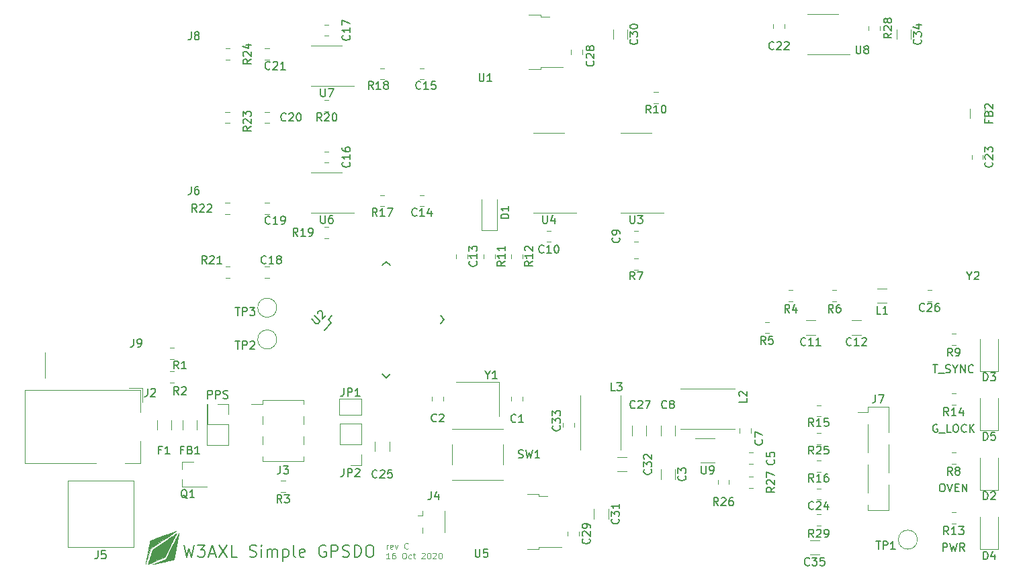
<source format=gbr>
%TF.GenerationSoftware,KiCad,Pcbnew,(5.1.6)-1*%
%TF.CreationDate,2020-10-16T14:10:30-05:00*%
%TF.ProjectId,simple-gpsdo,73696d70-6c65-42d6-9770-73646f2e6b69,C*%
%TF.SameCoordinates,Original*%
%TF.FileFunction,Legend,Top*%
%TF.FilePolarity,Positive*%
%FSLAX46Y46*%
G04 Gerber Fmt 4.6, Leading zero omitted, Abs format (unit mm)*
G04 Created by KiCad (PCBNEW (5.1.6)-1) date 2020-10-16 14:10:30*
%MOMM*%
%LPD*%
G01*
G04 APERTURE LIST*
%ADD10C,0.125000*%
%ADD11C,0.200000*%
%ADD12C,0.150000*%
%ADD13C,0.010000*%
%ADD14C,0.120000*%
G04 APERTURE END LIST*
D10*
X117059821Y-145914285D02*
X117059821Y-145414285D01*
X117059821Y-145557142D02*
X117095535Y-145485714D01*
X117131250Y-145450000D01*
X117202678Y-145414285D01*
X117274107Y-145414285D01*
X117809821Y-145878571D02*
X117738392Y-145914285D01*
X117595535Y-145914285D01*
X117524107Y-145878571D01*
X117488392Y-145807142D01*
X117488392Y-145521428D01*
X117524107Y-145450000D01*
X117595535Y-145414285D01*
X117738392Y-145414285D01*
X117809821Y-145450000D01*
X117845535Y-145521428D01*
X117845535Y-145592857D01*
X117488392Y-145664285D01*
X118095535Y-145414285D02*
X118274107Y-145914285D01*
X118452678Y-145414285D01*
X119738392Y-145842857D02*
X119702678Y-145878571D01*
X119595535Y-145914285D01*
X119524107Y-145914285D01*
X119416964Y-145878571D01*
X119345535Y-145807142D01*
X119309821Y-145735714D01*
X119274107Y-145592857D01*
X119274107Y-145485714D01*
X119309821Y-145342857D01*
X119345535Y-145271428D01*
X119416964Y-145200000D01*
X119524107Y-145164285D01*
X119595535Y-145164285D01*
X119702678Y-145200000D01*
X119738392Y-145235714D01*
X117452678Y-147164285D02*
X117024107Y-147164285D01*
X117238392Y-147164285D02*
X117238392Y-146414285D01*
X117166964Y-146521428D01*
X117095535Y-146592857D01*
X117024107Y-146628571D01*
X118095535Y-146414285D02*
X117952678Y-146414285D01*
X117881250Y-146450000D01*
X117845535Y-146485714D01*
X117774107Y-146592857D01*
X117738392Y-146735714D01*
X117738392Y-147021428D01*
X117774107Y-147092857D01*
X117809821Y-147128571D01*
X117881250Y-147164285D01*
X118024107Y-147164285D01*
X118095535Y-147128571D01*
X118131250Y-147092857D01*
X118166964Y-147021428D01*
X118166964Y-146842857D01*
X118131250Y-146771428D01*
X118095535Y-146735714D01*
X118024107Y-146700000D01*
X117881250Y-146700000D01*
X117809821Y-146735714D01*
X117774107Y-146771428D01*
X117738392Y-146842857D01*
X119202678Y-146414285D02*
X119345535Y-146414285D01*
X119416964Y-146450000D01*
X119488392Y-146521428D01*
X119524107Y-146664285D01*
X119524107Y-146914285D01*
X119488392Y-147057142D01*
X119416964Y-147128571D01*
X119345535Y-147164285D01*
X119202678Y-147164285D01*
X119131250Y-147128571D01*
X119059821Y-147057142D01*
X119024107Y-146914285D01*
X119024107Y-146664285D01*
X119059821Y-146521428D01*
X119131250Y-146450000D01*
X119202678Y-146414285D01*
X120166964Y-147128571D02*
X120095535Y-147164285D01*
X119952678Y-147164285D01*
X119881250Y-147128571D01*
X119845535Y-147092857D01*
X119809821Y-147021428D01*
X119809821Y-146807142D01*
X119845535Y-146735714D01*
X119881250Y-146700000D01*
X119952678Y-146664285D01*
X120095535Y-146664285D01*
X120166964Y-146700000D01*
X120381250Y-146664285D02*
X120666964Y-146664285D01*
X120488392Y-146414285D02*
X120488392Y-147057142D01*
X120524107Y-147128571D01*
X120595535Y-147164285D01*
X120666964Y-147164285D01*
X121452678Y-146485714D02*
X121488392Y-146450000D01*
X121559821Y-146414285D01*
X121738392Y-146414285D01*
X121809821Y-146450000D01*
X121845535Y-146485714D01*
X121881250Y-146557142D01*
X121881250Y-146628571D01*
X121845535Y-146735714D01*
X121416964Y-147164285D01*
X121881250Y-147164285D01*
X122345535Y-146414285D02*
X122416964Y-146414285D01*
X122488392Y-146450000D01*
X122524107Y-146485714D01*
X122559821Y-146557142D01*
X122595535Y-146700000D01*
X122595535Y-146878571D01*
X122559821Y-147021428D01*
X122524107Y-147092857D01*
X122488392Y-147128571D01*
X122416964Y-147164285D01*
X122345535Y-147164285D01*
X122274107Y-147128571D01*
X122238392Y-147092857D01*
X122202678Y-147021428D01*
X122166964Y-146878571D01*
X122166964Y-146700000D01*
X122202678Y-146557142D01*
X122238392Y-146485714D01*
X122274107Y-146450000D01*
X122345535Y-146414285D01*
X122881250Y-146485714D02*
X122916964Y-146450000D01*
X122988392Y-146414285D01*
X123166964Y-146414285D01*
X123238392Y-146450000D01*
X123274107Y-146485714D01*
X123309821Y-146557142D01*
X123309821Y-146628571D01*
X123274107Y-146735714D01*
X122845535Y-147164285D01*
X123309821Y-147164285D01*
X123774107Y-146414285D02*
X123845535Y-146414285D01*
X123916964Y-146450000D01*
X123952678Y-146485714D01*
X123988392Y-146557142D01*
X124024107Y-146700000D01*
X124024107Y-146878571D01*
X123988392Y-147021428D01*
X123952678Y-147092857D01*
X123916964Y-147128571D01*
X123845535Y-147164285D01*
X123774107Y-147164285D01*
X123702678Y-147128571D01*
X123666964Y-147092857D01*
X123631250Y-147021428D01*
X123595535Y-146878571D01*
X123595535Y-146700000D01*
X123631250Y-146557142D01*
X123666964Y-146485714D01*
X123702678Y-146450000D01*
X123774107Y-146414285D01*
D11*
X91500000Y-145428571D02*
X91857142Y-146928571D01*
X92142857Y-145857142D01*
X92428571Y-146928571D01*
X92785714Y-145428571D01*
X93214285Y-145428571D02*
X94142857Y-145428571D01*
X93642857Y-146000000D01*
X93857142Y-146000000D01*
X94000000Y-146071428D01*
X94071428Y-146142857D01*
X94142857Y-146285714D01*
X94142857Y-146642857D01*
X94071428Y-146785714D01*
X94000000Y-146857142D01*
X93857142Y-146928571D01*
X93428571Y-146928571D01*
X93285714Y-146857142D01*
X93214285Y-146785714D01*
X94714285Y-146500000D02*
X95428571Y-146500000D01*
X94571428Y-146928571D02*
X95071428Y-145428571D01*
X95571428Y-146928571D01*
X95928571Y-145428571D02*
X96928571Y-146928571D01*
X96928571Y-145428571D02*
X95928571Y-146928571D01*
X98214285Y-146928571D02*
X97500000Y-146928571D01*
X97500000Y-145428571D01*
X99785714Y-146857142D02*
X100000000Y-146928571D01*
X100357142Y-146928571D01*
X100500000Y-146857142D01*
X100571428Y-146785714D01*
X100642857Y-146642857D01*
X100642857Y-146500000D01*
X100571428Y-146357142D01*
X100500000Y-146285714D01*
X100357142Y-146214285D01*
X100071428Y-146142857D01*
X99928571Y-146071428D01*
X99857142Y-146000000D01*
X99785714Y-145857142D01*
X99785714Y-145714285D01*
X99857142Y-145571428D01*
X99928571Y-145500000D01*
X100071428Y-145428571D01*
X100428571Y-145428571D01*
X100642857Y-145500000D01*
X101285714Y-146928571D02*
X101285714Y-145928571D01*
X101285714Y-145428571D02*
X101214285Y-145500000D01*
X101285714Y-145571428D01*
X101357142Y-145500000D01*
X101285714Y-145428571D01*
X101285714Y-145571428D01*
X102000000Y-146928571D02*
X102000000Y-145928571D01*
X102000000Y-146071428D02*
X102071428Y-146000000D01*
X102214285Y-145928571D01*
X102428571Y-145928571D01*
X102571428Y-146000000D01*
X102642857Y-146142857D01*
X102642857Y-146928571D01*
X102642857Y-146142857D02*
X102714285Y-146000000D01*
X102857142Y-145928571D01*
X103071428Y-145928571D01*
X103214285Y-146000000D01*
X103285714Y-146142857D01*
X103285714Y-146928571D01*
X104000000Y-145928571D02*
X104000000Y-147428571D01*
X104000000Y-146000000D02*
X104142857Y-145928571D01*
X104428571Y-145928571D01*
X104571428Y-146000000D01*
X104642857Y-146071428D01*
X104714285Y-146214285D01*
X104714285Y-146642857D01*
X104642857Y-146785714D01*
X104571428Y-146857142D01*
X104428571Y-146928571D01*
X104142857Y-146928571D01*
X104000000Y-146857142D01*
X105571428Y-146928571D02*
X105428571Y-146857142D01*
X105357142Y-146714285D01*
X105357142Y-145428571D01*
X106714285Y-146857142D02*
X106571428Y-146928571D01*
X106285714Y-146928571D01*
X106142857Y-146857142D01*
X106071428Y-146714285D01*
X106071428Y-146142857D01*
X106142857Y-146000000D01*
X106285714Y-145928571D01*
X106571428Y-145928571D01*
X106714285Y-146000000D01*
X106785714Y-146142857D01*
X106785714Y-146285714D01*
X106071428Y-146428571D01*
X109357142Y-145500000D02*
X109214285Y-145428571D01*
X109000000Y-145428571D01*
X108785714Y-145500000D01*
X108642857Y-145642857D01*
X108571428Y-145785714D01*
X108500000Y-146071428D01*
X108500000Y-146285714D01*
X108571428Y-146571428D01*
X108642857Y-146714285D01*
X108785714Y-146857142D01*
X109000000Y-146928571D01*
X109142857Y-146928571D01*
X109357142Y-146857142D01*
X109428571Y-146785714D01*
X109428571Y-146285714D01*
X109142857Y-146285714D01*
X110071428Y-146928571D02*
X110071428Y-145428571D01*
X110642857Y-145428571D01*
X110785714Y-145500000D01*
X110857142Y-145571428D01*
X110928571Y-145714285D01*
X110928571Y-145928571D01*
X110857142Y-146071428D01*
X110785714Y-146142857D01*
X110642857Y-146214285D01*
X110071428Y-146214285D01*
X111500000Y-146857142D02*
X111714285Y-146928571D01*
X112071428Y-146928571D01*
X112214285Y-146857142D01*
X112285714Y-146785714D01*
X112357142Y-146642857D01*
X112357142Y-146500000D01*
X112285714Y-146357142D01*
X112214285Y-146285714D01*
X112071428Y-146214285D01*
X111785714Y-146142857D01*
X111642857Y-146071428D01*
X111571428Y-146000000D01*
X111500000Y-145857142D01*
X111500000Y-145714285D01*
X111571428Y-145571428D01*
X111642857Y-145500000D01*
X111785714Y-145428571D01*
X112142857Y-145428571D01*
X112357142Y-145500000D01*
X113000000Y-146928571D02*
X113000000Y-145428571D01*
X113357142Y-145428571D01*
X113571428Y-145500000D01*
X113714285Y-145642857D01*
X113785714Y-145785714D01*
X113857142Y-146071428D01*
X113857142Y-146285714D01*
X113785714Y-146571428D01*
X113714285Y-146714285D01*
X113571428Y-146857142D01*
X113357142Y-146928571D01*
X113000000Y-146928571D01*
X114785714Y-145428571D02*
X115071428Y-145428571D01*
X115214285Y-145500000D01*
X115357142Y-145642857D01*
X115428571Y-145928571D01*
X115428571Y-146428571D01*
X115357142Y-146714285D01*
X115214285Y-146857142D01*
X115071428Y-146928571D01*
X114785714Y-146928571D01*
X114642857Y-146857142D01*
X114500000Y-146714285D01*
X114428571Y-146428571D01*
X114428571Y-145928571D01*
X114500000Y-145642857D01*
X114642857Y-145500000D01*
X114785714Y-145428571D01*
D12*
X94511904Y-126952380D02*
X94511904Y-125952380D01*
X94892857Y-125952380D01*
X94988095Y-126000000D01*
X95035714Y-126047619D01*
X95083333Y-126142857D01*
X95083333Y-126285714D01*
X95035714Y-126380952D01*
X94988095Y-126428571D01*
X94892857Y-126476190D01*
X94511904Y-126476190D01*
X95511904Y-126952380D02*
X95511904Y-125952380D01*
X95892857Y-125952380D01*
X95988095Y-126000000D01*
X96035714Y-126047619D01*
X96083333Y-126142857D01*
X96083333Y-126285714D01*
X96035714Y-126380952D01*
X95988095Y-126428571D01*
X95892857Y-126476190D01*
X95511904Y-126476190D01*
X96464285Y-126904761D02*
X96607142Y-126952380D01*
X96845238Y-126952380D01*
X96940476Y-126904761D01*
X96988095Y-126857142D01*
X97035714Y-126761904D01*
X97035714Y-126666666D01*
X96988095Y-126571428D01*
X96940476Y-126523809D01*
X96845238Y-126476190D01*
X96654761Y-126428571D01*
X96559523Y-126380952D01*
X96511904Y-126333333D01*
X96464285Y-126238095D01*
X96464285Y-126142857D01*
X96511904Y-126047619D01*
X96559523Y-126000000D01*
X96654761Y-125952380D01*
X96892857Y-125952380D01*
X97035714Y-126000000D01*
X185904761Y-122702380D02*
X186476190Y-122702380D01*
X186190476Y-123702380D02*
X186190476Y-122702380D01*
X186571428Y-123797619D02*
X187333333Y-123797619D01*
X187523809Y-123654761D02*
X187666666Y-123702380D01*
X187904761Y-123702380D01*
X188000000Y-123654761D01*
X188047619Y-123607142D01*
X188095238Y-123511904D01*
X188095238Y-123416666D01*
X188047619Y-123321428D01*
X188000000Y-123273809D01*
X187904761Y-123226190D01*
X187714285Y-123178571D01*
X187619047Y-123130952D01*
X187571428Y-123083333D01*
X187523809Y-122988095D01*
X187523809Y-122892857D01*
X187571428Y-122797619D01*
X187619047Y-122750000D01*
X187714285Y-122702380D01*
X187952380Y-122702380D01*
X188095238Y-122750000D01*
X188714285Y-123226190D02*
X188714285Y-123702380D01*
X188380952Y-122702380D02*
X188714285Y-123226190D01*
X189047619Y-122702380D01*
X189380952Y-123702380D02*
X189380952Y-122702380D01*
X189952380Y-123702380D01*
X189952380Y-122702380D01*
X191000000Y-123607142D02*
X190952380Y-123654761D01*
X190809523Y-123702380D01*
X190714285Y-123702380D01*
X190571428Y-123654761D01*
X190476190Y-123559523D01*
X190428571Y-123464285D01*
X190380952Y-123273809D01*
X190380952Y-123130952D01*
X190428571Y-122940476D01*
X190476190Y-122845238D01*
X190571428Y-122750000D01*
X190714285Y-122702380D01*
X190809523Y-122702380D01*
X190952380Y-122750000D01*
X191000000Y-122797619D01*
X186452380Y-130250000D02*
X186357142Y-130202380D01*
X186214285Y-130202380D01*
X186071428Y-130250000D01*
X185976190Y-130345238D01*
X185928571Y-130440476D01*
X185880952Y-130630952D01*
X185880952Y-130773809D01*
X185928571Y-130964285D01*
X185976190Y-131059523D01*
X186071428Y-131154761D01*
X186214285Y-131202380D01*
X186309523Y-131202380D01*
X186452380Y-131154761D01*
X186500000Y-131107142D01*
X186500000Y-130773809D01*
X186309523Y-130773809D01*
X186690476Y-131297619D02*
X187452380Y-131297619D01*
X188166666Y-131202380D02*
X187690476Y-131202380D01*
X187690476Y-130202380D01*
X188690476Y-130202380D02*
X188880952Y-130202380D01*
X188976190Y-130250000D01*
X189071428Y-130345238D01*
X189119047Y-130535714D01*
X189119047Y-130869047D01*
X189071428Y-131059523D01*
X188976190Y-131154761D01*
X188880952Y-131202380D01*
X188690476Y-131202380D01*
X188595238Y-131154761D01*
X188500000Y-131059523D01*
X188452380Y-130869047D01*
X188452380Y-130535714D01*
X188500000Y-130345238D01*
X188595238Y-130250000D01*
X188690476Y-130202380D01*
X190119047Y-131107142D02*
X190071428Y-131154761D01*
X189928571Y-131202380D01*
X189833333Y-131202380D01*
X189690476Y-131154761D01*
X189595238Y-131059523D01*
X189547619Y-130964285D01*
X189500000Y-130773809D01*
X189500000Y-130630952D01*
X189547619Y-130440476D01*
X189595238Y-130345238D01*
X189690476Y-130250000D01*
X189833333Y-130202380D01*
X189928571Y-130202380D01*
X190071428Y-130250000D01*
X190119047Y-130297619D01*
X190547619Y-131202380D02*
X190547619Y-130202380D01*
X191119047Y-131202380D02*
X190690476Y-130630952D01*
X191119047Y-130202380D02*
X190547619Y-130773809D01*
X187000000Y-137702380D02*
X187190476Y-137702380D01*
X187285714Y-137750000D01*
X187380952Y-137845238D01*
X187428571Y-138035714D01*
X187428571Y-138369047D01*
X187380952Y-138559523D01*
X187285714Y-138654761D01*
X187190476Y-138702380D01*
X187000000Y-138702380D01*
X186904761Y-138654761D01*
X186809523Y-138559523D01*
X186761904Y-138369047D01*
X186761904Y-138035714D01*
X186809523Y-137845238D01*
X186904761Y-137750000D01*
X187000000Y-137702380D01*
X187714285Y-137702380D02*
X188047619Y-138702380D01*
X188380952Y-137702380D01*
X188714285Y-138178571D02*
X189047619Y-138178571D01*
X189190476Y-138702380D02*
X188714285Y-138702380D01*
X188714285Y-137702380D01*
X189190476Y-137702380D01*
X189619047Y-138702380D02*
X189619047Y-137702380D01*
X190190476Y-138702380D01*
X190190476Y-137702380D01*
X187166666Y-146202380D02*
X187166666Y-145202380D01*
X187547619Y-145202380D01*
X187642857Y-145250000D01*
X187690476Y-145297619D01*
X187738095Y-145392857D01*
X187738095Y-145535714D01*
X187690476Y-145630952D01*
X187642857Y-145678571D01*
X187547619Y-145726190D01*
X187166666Y-145726190D01*
X188071428Y-145202380D02*
X188309523Y-146202380D01*
X188500000Y-145488095D01*
X188690476Y-146202380D01*
X188928571Y-145202380D01*
X189880952Y-146202380D02*
X189547619Y-145726190D01*
X189309523Y-146202380D02*
X189309523Y-145202380D01*
X189690476Y-145202380D01*
X189785714Y-145250000D01*
X189833333Y-145297619D01*
X189880952Y-145392857D01*
X189880952Y-145535714D01*
X189833333Y-145630952D01*
X189785714Y-145678571D01*
X189690476Y-145726190D01*
X189309523Y-145726190D01*
D13*
%TO.C,G\u002A\u002A\u002A*%
G36*
X90541273Y-143964170D02*
G01*
X90530945Y-143985672D01*
X90513950Y-144020462D01*
X90490629Y-144067853D01*
X90461327Y-144127154D01*
X90426385Y-144197676D01*
X90386148Y-144278730D01*
X90340957Y-144369627D01*
X90291157Y-144469677D01*
X90237090Y-144578191D01*
X90179099Y-144694480D01*
X90117527Y-144817854D01*
X90052718Y-144947624D01*
X89985014Y-145083101D01*
X89914758Y-145223595D01*
X89842293Y-145368416D01*
X89798547Y-145455803D01*
X89049451Y-146951906D01*
X88003424Y-147400823D01*
X87879093Y-147454177D01*
X87758945Y-147505727D01*
X87643837Y-147555107D01*
X87534628Y-147601947D01*
X87432179Y-147645880D01*
X87337347Y-147686536D01*
X87250992Y-147723549D01*
X87173974Y-147756550D01*
X87107150Y-147785171D01*
X87051381Y-147809043D01*
X87007525Y-147827798D01*
X86976441Y-147841069D01*
X86958989Y-147848486D01*
X86955346Y-147849999D01*
X86953295Y-147844223D01*
X86953294Y-147844077D01*
X86955837Y-147835638D01*
X86963246Y-147812616D01*
X86975199Y-147775990D01*
X86991371Y-147726742D01*
X87011437Y-147665853D01*
X87035073Y-147594304D01*
X87061954Y-147513076D01*
X87091755Y-147423150D01*
X87124153Y-147325507D01*
X87158823Y-147221128D01*
X87195439Y-147110994D01*
X87233679Y-146996085D01*
X87251132Y-146943673D01*
X87548970Y-146049451D01*
X89045253Y-145001522D01*
X89186078Y-144902918D01*
X89323339Y-144806853D01*
X89456433Y-144713751D01*
X89584754Y-144624031D01*
X89707699Y-144538114D01*
X89824663Y-144456423D01*
X89935043Y-144379377D01*
X90038233Y-144307398D01*
X90133629Y-144240907D01*
X90220629Y-144180326D01*
X90298626Y-144126074D01*
X90367017Y-144078574D01*
X90425198Y-144038247D01*
X90472564Y-144005512D01*
X90508511Y-143980793D01*
X90532436Y-143964509D01*
X90543733Y-143957081D01*
X90544589Y-143956648D01*
X90541273Y-143964170D01*
G37*
X90541273Y-143964170D02*
X90530945Y-143985672D01*
X90513950Y-144020462D01*
X90490629Y-144067853D01*
X90461327Y-144127154D01*
X90426385Y-144197676D01*
X90386148Y-144278730D01*
X90340957Y-144369627D01*
X90291157Y-144469677D01*
X90237090Y-144578191D01*
X90179099Y-144694480D01*
X90117527Y-144817854D01*
X90052718Y-144947624D01*
X89985014Y-145083101D01*
X89914758Y-145223595D01*
X89842293Y-145368416D01*
X89798547Y-145455803D01*
X89049451Y-146951906D01*
X88003424Y-147400823D01*
X87879093Y-147454177D01*
X87758945Y-147505727D01*
X87643837Y-147555107D01*
X87534628Y-147601947D01*
X87432179Y-147645880D01*
X87337347Y-147686536D01*
X87250992Y-147723549D01*
X87173974Y-147756550D01*
X87107150Y-147785171D01*
X87051381Y-147809043D01*
X87007525Y-147827798D01*
X86976441Y-147841069D01*
X86958989Y-147848486D01*
X86955346Y-147849999D01*
X86953295Y-147844223D01*
X86953294Y-147844077D01*
X86955837Y-147835638D01*
X86963246Y-147812616D01*
X86975199Y-147775990D01*
X86991371Y-147726742D01*
X87011437Y-147665853D01*
X87035073Y-147594304D01*
X87061954Y-147513076D01*
X87091755Y-147423150D01*
X87124153Y-147325507D01*
X87158823Y-147221128D01*
X87195439Y-147110994D01*
X87233679Y-146996085D01*
X87251132Y-146943673D01*
X87548970Y-146049451D01*
X89045253Y-145001522D01*
X89186078Y-144902918D01*
X89323339Y-144806853D01*
X89456433Y-144713751D01*
X89584754Y-144624031D01*
X89707699Y-144538114D01*
X89824663Y-144456423D01*
X89935043Y-144379377D01*
X90038233Y-144307398D01*
X90133629Y-144240907D01*
X90220629Y-144180326D01*
X90298626Y-144126074D01*
X90367017Y-144078574D01*
X90425198Y-144038247D01*
X90472564Y-144005512D01*
X90508511Y-143980793D01*
X90532436Y-143964509D01*
X90543733Y-143957081D01*
X90544589Y-143956648D01*
X90541273Y-143964170D01*
G36*
X90846703Y-143964575D02*
G01*
X90842746Y-143987989D01*
X90836167Y-144025695D01*
X90827136Y-144076767D01*
X90815820Y-144140284D01*
X90802387Y-144215319D01*
X90787006Y-144300950D01*
X90769846Y-144396253D01*
X90751073Y-144500302D01*
X90730858Y-144612175D01*
X90709366Y-144730947D01*
X90686768Y-144855695D01*
X90663231Y-144985494D01*
X90638924Y-145119419D01*
X90614014Y-145256548D01*
X90588670Y-145395957D01*
X90563061Y-145536720D01*
X90537353Y-145677914D01*
X90511716Y-145818616D01*
X90486319Y-145957900D01*
X90461328Y-146094844D01*
X90436912Y-146228522D01*
X90413240Y-146358012D01*
X90390480Y-146482388D01*
X90368800Y-146600728D01*
X90348368Y-146712106D01*
X90329353Y-146815599D01*
X90311922Y-146910283D01*
X90296244Y-146995234D01*
X90282487Y-147069527D01*
X90270820Y-147132240D01*
X90261411Y-147182447D01*
X90254427Y-147219225D01*
X90250037Y-147241649D01*
X90248432Y-147248811D01*
X90240109Y-147251007D01*
X90216602Y-147256565D01*
X90178748Y-147265297D01*
X90127384Y-147277015D01*
X90063345Y-147291530D01*
X89987469Y-147308657D01*
X89900591Y-147328206D01*
X89803548Y-147349990D01*
X89697177Y-147373821D01*
X89582313Y-147399512D01*
X89459793Y-147426874D01*
X89330455Y-147455720D01*
X89195133Y-147485863D01*
X89054664Y-147517114D01*
X88916721Y-147547767D01*
X88771912Y-147579928D01*
X88631321Y-147611154D01*
X88495794Y-147641256D01*
X88366177Y-147670047D01*
X88243318Y-147697337D01*
X88128062Y-147722940D01*
X88021257Y-147746666D01*
X87923749Y-147768329D01*
X87836385Y-147787739D01*
X87760011Y-147804709D01*
X87695474Y-147819051D01*
X87643620Y-147830576D01*
X87605296Y-147839097D01*
X87581349Y-147844425D01*
X87572707Y-147846354D01*
X87567961Y-147846140D01*
X87576818Y-147840919D01*
X87580911Y-147839021D01*
X87591899Y-147834737D01*
X87617254Y-147825247D01*
X87655918Y-147810939D01*
X87706832Y-147792199D01*
X87768937Y-147769415D01*
X87841175Y-147742975D01*
X87922487Y-147713264D01*
X88011814Y-147680672D01*
X88108099Y-147645583D01*
X88210282Y-147608387D01*
X88317305Y-147569470D01*
X88401778Y-147538780D01*
X89198033Y-147249607D01*
X90021856Y-145601896D01*
X90099064Y-145447502D01*
X90174333Y-145297043D01*
X90247333Y-145151175D01*
X90317737Y-145010550D01*
X90385215Y-144875825D01*
X90449440Y-144747653D01*
X90510082Y-144626690D01*
X90566813Y-144513589D01*
X90619304Y-144409006D01*
X90667227Y-144313595D01*
X90710252Y-144228011D01*
X90748053Y-144152908D01*
X90780299Y-144088942D01*
X90806662Y-144036766D01*
X90826813Y-143997035D01*
X90840425Y-143970404D01*
X90847168Y-143957528D01*
X90847871Y-143956377D01*
X90846703Y-143964575D01*
G37*
X90846703Y-143964575D02*
X90842746Y-143987989D01*
X90836167Y-144025695D01*
X90827136Y-144076767D01*
X90815820Y-144140284D01*
X90802387Y-144215319D01*
X90787006Y-144300950D01*
X90769846Y-144396253D01*
X90751073Y-144500302D01*
X90730858Y-144612175D01*
X90709366Y-144730947D01*
X90686768Y-144855695D01*
X90663231Y-144985494D01*
X90638924Y-145119419D01*
X90614014Y-145256548D01*
X90588670Y-145395957D01*
X90563061Y-145536720D01*
X90537353Y-145677914D01*
X90511716Y-145818616D01*
X90486319Y-145957900D01*
X90461328Y-146094844D01*
X90436912Y-146228522D01*
X90413240Y-146358012D01*
X90390480Y-146482388D01*
X90368800Y-146600728D01*
X90348368Y-146712106D01*
X90329353Y-146815599D01*
X90311922Y-146910283D01*
X90296244Y-146995234D01*
X90282487Y-147069527D01*
X90270820Y-147132240D01*
X90261411Y-147182447D01*
X90254427Y-147219225D01*
X90250037Y-147241649D01*
X90248432Y-147248811D01*
X90240109Y-147251007D01*
X90216602Y-147256565D01*
X90178748Y-147265297D01*
X90127384Y-147277015D01*
X90063345Y-147291530D01*
X89987469Y-147308657D01*
X89900591Y-147328206D01*
X89803548Y-147349990D01*
X89697177Y-147373821D01*
X89582313Y-147399512D01*
X89459793Y-147426874D01*
X89330455Y-147455720D01*
X89195133Y-147485863D01*
X89054664Y-147517114D01*
X88916721Y-147547767D01*
X88771912Y-147579928D01*
X88631321Y-147611154D01*
X88495794Y-147641256D01*
X88366177Y-147670047D01*
X88243318Y-147697337D01*
X88128062Y-147722940D01*
X88021257Y-147746666D01*
X87923749Y-147768329D01*
X87836385Y-147787739D01*
X87760011Y-147804709D01*
X87695474Y-147819051D01*
X87643620Y-147830576D01*
X87605296Y-147839097D01*
X87581349Y-147844425D01*
X87572707Y-147846354D01*
X87567961Y-147846140D01*
X87576818Y-147840919D01*
X87580911Y-147839021D01*
X87591899Y-147834737D01*
X87617254Y-147825247D01*
X87655918Y-147810939D01*
X87706832Y-147792199D01*
X87768937Y-147769415D01*
X87841175Y-147742975D01*
X87922487Y-147713264D01*
X88011814Y-147680672D01*
X88108099Y-147645583D01*
X88210282Y-147608387D01*
X88317305Y-147569470D01*
X88401778Y-147538780D01*
X89198033Y-147249607D01*
X90021856Y-145601896D01*
X90099064Y-145447502D01*
X90174333Y-145297043D01*
X90247333Y-145151175D01*
X90317737Y-145010550D01*
X90385215Y-144875825D01*
X90449440Y-144747653D01*
X90510082Y-144626690D01*
X90566813Y-144513589D01*
X90619304Y-144409006D01*
X90667227Y-144313595D01*
X90710252Y-144228011D01*
X90748053Y-144152908D01*
X90780299Y-144088942D01*
X90806662Y-144036766D01*
X90826813Y-143997035D01*
X90840425Y-143970404D01*
X90847168Y-143957528D01*
X90847871Y-143956377D01*
X90846703Y-143964575D01*
G36*
X90538764Y-143658484D02*
G01*
X90537361Y-143659953D01*
X90529450Y-143665448D01*
X90508570Y-143679781D01*
X90475313Y-143702548D01*
X90430269Y-143733347D01*
X90374028Y-143771775D01*
X90307181Y-143817428D01*
X90230318Y-143869904D01*
X90144031Y-143928800D01*
X90048909Y-143993713D01*
X89945544Y-144064239D01*
X89834525Y-144139976D01*
X89716444Y-144220521D01*
X89591890Y-144305471D01*
X89461455Y-144394422D01*
X89325730Y-144486972D01*
X89185304Y-144582719D01*
X89040768Y-144681258D01*
X88892713Y-144782187D01*
X88887232Y-144785923D01*
X87250549Y-145901595D01*
X86954705Y-146861569D01*
X86917351Y-146982701D01*
X86881353Y-147099281D01*
X86847004Y-147210372D01*
X86814595Y-147315035D01*
X86784420Y-147412333D01*
X86756769Y-147501328D01*
X86731935Y-147581081D01*
X86710210Y-147650654D01*
X86691885Y-147709110D01*
X86677254Y-147755510D01*
X86666607Y-147788917D01*
X86660238Y-147808392D01*
X86658403Y-147813275D01*
X86659925Y-147804320D01*
X86664482Y-147780288D01*
X86671879Y-147742149D01*
X86681924Y-147690873D01*
X86694421Y-147627430D01*
X86709176Y-147552791D01*
X86725995Y-147467925D01*
X86744684Y-147373803D01*
X86765048Y-147271395D01*
X86786894Y-147161671D01*
X86810027Y-147045602D01*
X86834253Y-146924157D01*
X86859378Y-146798307D01*
X86885207Y-146669021D01*
X86911547Y-146537271D01*
X86938202Y-146404025D01*
X86964980Y-146270256D01*
X86991685Y-146136931D01*
X87018124Y-146005022D01*
X87044101Y-145875500D01*
X87069424Y-145749333D01*
X87093898Y-145627492D01*
X87117328Y-145510948D01*
X87139521Y-145400670D01*
X87160282Y-145297629D01*
X87179417Y-145202795D01*
X87196732Y-145117138D01*
X87212032Y-145041629D01*
X87225123Y-144977236D01*
X87235812Y-144924931D01*
X87243904Y-144885684D01*
X87249204Y-144860465D01*
X87251519Y-144850244D01*
X87251589Y-144850068D01*
X87259405Y-144847068D01*
X87281773Y-144838779D01*
X87317824Y-144825518D01*
X87366687Y-144807602D01*
X87427494Y-144785346D01*
X87499375Y-144759067D01*
X87581462Y-144729083D01*
X87672883Y-144695708D01*
X87772771Y-144659261D01*
X87880256Y-144620057D01*
X87994468Y-144578414D01*
X88114538Y-144534646D01*
X88239597Y-144489072D01*
X88368775Y-144442007D01*
X88501203Y-144393768D01*
X88636012Y-144344671D01*
X88772331Y-144295034D01*
X88909293Y-144245172D01*
X89046027Y-144195402D01*
X89181663Y-144146041D01*
X89315334Y-144097405D01*
X89446168Y-144049811D01*
X89573298Y-144003574D01*
X89695853Y-143959013D01*
X89812964Y-143916442D01*
X89923762Y-143876179D01*
X90027377Y-143838541D01*
X90122941Y-143803843D01*
X90209582Y-143772402D01*
X90286433Y-143744535D01*
X90352624Y-143720558D01*
X90407286Y-143700788D01*
X90449548Y-143685542D01*
X90478542Y-143675135D01*
X90489276Y-143671322D01*
X90515771Y-143662604D01*
X90533150Y-143658116D01*
X90538764Y-143658484D01*
G37*
X90538764Y-143658484D02*
X90537361Y-143659953D01*
X90529450Y-143665448D01*
X90508570Y-143679781D01*
X90475313Y-143702548D01*
X90430269Y-143733347D01*
X90374028Y-143771775D01*
X90307181Y-143817428D01*
X90230318Y-143869904D01*
X90144031Y-143928800D01*
X90048909Y-143993713D01*
X89945544Y-144064239D01*
X89834525Y-144139976D01*
X89716444Y-144220521D01*
X89591890Y-144305471D01*
X89461455Y-144394422D01*
X89325730Y-144486972D01*
X89185304Y-144582719D01*
X89040768Y-144681258D01*
X88892713Y-144782187D01*
X88887232Y-144785923D01*
X87250549Y-145901595D01*
X86954705Y-146861569D01*
X86917351Y-146982701D01*
X86881353Y-147099281D01*
X86847004Y-147210372D01*
X86814595Y-147315035D01*
X86784420Y-147412333D01*
X86756769Y-147501328D01*
X86731935Y-147581081D01*
X86710210Y-147650654D01*
X86691885Y-147709110D01*
X86677254Y-147755510D01*
X86666607Y-147788917D01*
X86660238Y-147808392D01*
X86658403Y-147813275D01*
X86659925Y-147804320D01*
X86664482Y-147780288D01*
X86671879Y-147742149D01*
X86681924Y-147690873D01*
X86694421Y-147627430D01*
X86709176Y-147552791D01*
X86725995Y-147467925D01*
X86744684Y-147373803D01*
X86765048Y-147271395D01*
X86786894Y-147161671D01*
X86810027Y-147045602D01*
X86834253Y-146924157D01*
X86859378Y-146798307D01*
X86885207Y-146669021D01*
X86911547Y-146537271D01*
X86938202Y-146404025D01*
X86964980Y-146270256D01*
X86991685Y-146136931D01*
X87018124Y-146005022D01*
X87044101Y-145875500D01*
X87069424Y-145749333D01*
X87093898Y-145627492D01*
X87117328Y-145510948D01*
X87139521Y-145400670D01*
X87160282Y-145297629D01*
X87179417Y-145202795D01*
X87196732Y-145117138D01*
X87212032Y-145041629D01*
X87225123Y-144977236D01*
X87235812Y-144924931D01*
X87243904Y-144885684D01*
X87249204Y-144860465D01*
X87251519Y-144850244D01*
X87251589Y-144850068D01*
X87259405Y-144847068D01*
X87281773Y-144838779D01*
X87317824Y-144825518D01*
X87366687Y-144807602D01*
X87427494Y-144785346D01*
X87499375Y-144759067D01*
X87581462Y-144729083D01*
X87672883Y-144695708D01*
X87772771Y-144659261D01*
X87880256Y-144620057D01*
X87994468Y-144578414D01*
X88114538Y-144534646D01*
X88239597Y-144489072D01*
X88368775Y-144442007D01*
X88501203Y-144393768D01*
X88636012Y-144344671D01*
X88772331Y-144295034D01*
X88909293Y-144245172D01*
X89046027Y-144195402D01*
X89181663Y-144146041D01*
X89315334Y-144097405D01*
X89446168Y-144049811D01*
X89573298Y-144003574D01*
X89695853Y-143959013D01*
X89812964Y-143916442D01*
X89923762Y-143876179D01*
X90027377Y-143838541D01*
X90122941Y-143803843D01*
X90209582Y-143772402D01*
X90286433Y-143744535D01*
X90352624Y-143720558D01*
X90407286Y-143700788D01*
X90449548Y-143685542D01*
X90478542Y-143675135D01*
X90489276Y-143671322D01*
X90515771Y-143662604D01*
X90533150Y-143658116D01*
X90538764Y-143658484D01*
D14*
%TO.C,U3*%
X148500000Y-103560000D02*
X151950000Y-103560000D01*
X148500000Y-103560000D02*
X146550000Y-103560000D01*
X148500000Y-93440000D02*
X150450000Y-93440000D01*
X148500000Y-93440000D02*
X146550000Y-93440000D01*
%TO.C,C1*%
X134210000Y-127261252D02*
X134210000Y-126738748D01*
X132790000Y-127261252D02*
X132790000Y-126738748D01*
%TO.C,C2*%
X122790000Y-127261252D02*
X122790000Y-126738748D01*
X124210000Y-127261252D02*
X124210000Y-126738748D01*
%TO.C,C9*%
X148761252Y-107210000D02*
X148238748Y-107210000D01*
X148761252Y-105790000D02*
X148238748Y-105790000D01*
%TO.C,C10*%
X137761252Y-105790000D02*
X137238748Y-105790000D01*
X137761252Y-107210000D02*
X137238748Y-107210000D01*
%TO.C,C13*%
X125790000Y-108738748D02*
X125790000Y-109261252D01*
X127210000Y-108738748D02*
X127210000Y-109261252D01*
%TO.C,C14*%
X121238748Y-101290000D02*
X121761252Y-101290000D01*
X121238748Y-102710000D02*
X121761252Y-102710000D01*
%TO.C,C15*%
X121238748Y-86710000D02*
X121761252Y-86710000D01*
X121238748Y-85290000D02*
X121761252Y-85290000D01*
%TO.C,C16*%
X109761252Y-95790000D02*
X109238748Y-95790000D01*
X109761252Y-97210000D02*
X109238748Y-97210000D01*
%TO.C,C17*%
X109761252Y-81210000D02*
X109238748Y-81210000D01*
X109761252Y-79790000D02*
X109238748Y-79790000D01*
%TO.C,C18*%
X101713748Y-111710000D02*
X102236252Y-111710000D01*
X101713748Y-110290000D02*
X102236252Y-110290000D01*
%TO.C,C19*%
X101713748Y-102290000D02*
X102236252Y-102290000D01*
X101713748Y-103710000D02*
X102236252Y-103710000D01*
%TO.C,C20*%
X101713748Y-92210000D02*
X102236252Y-92210000D01*
X101713748Y-90790000D02*
X102236252Y-90790000D01*
%TO.C,C21*%
X101713748Y-82790000D02*
X102236252Y-82790000D01*
X101713748Y-84210000D02*
X102236252Y-84210000D01*
%TO.C,D1*%
X129000000Y-105750000D02*
X131000000Y-105750000D01*
X131000000Y-105750000D02*
X131000000Y-101850000D01*
X129000000Y-105750000D02*
X129000000Y-101850000D01*
%TO.C,F1*%
X89910000Y-129660436D02*
X89910000Y-130864564D01*
X88090000Y-129660436D02*
X88090000Y-130864564D01*
%TO.C,J2*%
X80450000Y-135100000D02*
X71450000Y-135100000D01*
X71450000Y-135100000D02*
X71450000Y-125900000D01*
X71450000Y-125900000D02*
X86050000Y-125900000D01*
X86050000Y-125900000D02*
X86050000Y-128700000D01*
X86050000Y-132300000D02*
X86050000Y-135100000D01*
X86050000Y-135100000D02*
X84050000Y-135100000D01*
X84550000Y-125660000D02*
X86290000Y-125660000D01*
X86290000Y-125660000D02*
X86290000Y-127400000D01*
%TO.C,J3*%
X101400000Y-127130000D02*
X106600000Y-127130000D01*
X101400000Y-134870000D02*
X106600000Y-134870000D01*
X99960000Y-127700000D02*
X101400000Y-127700000D01*
X101400000Y-127130000D02*
X101400000Y-127700000D01*
X106600000Y-127130000D02*
X106600000Y-127700000D01*
X101400000Y-134300000D02*
X101400000Y-134870000D01*
X106600000Y-134300000D02*
X106600000Y-134870000D01*
X101400000Y-129220000D02*
X101400000Y-130240000D01*
X106600000Y-129220000D02*
X106600000Y-130240000D01*
X101400000Y-131760000D02*
X101400000Y-132780000D01*
X106600000Y-131760000D02*
X106600000Y-132780000D01*
%TO.C,J4*%
X124335000Y-141150000D02*
X124335000Y-143850000D01*
X121615000Y-141740000D02*
X120985000Y-141740000D01*
X121615000Y-143900000D02*
X121615000Y-143260000D01*
X121615000Y-141100000D02*
X121615000Y-141740000D01*
%TO.C,J5*%
X76850000Y-145650000D02*
X76850000Y-137350000D01*
X85150000Y-145650000D02*
X85150000Y-137350000D01*
X76850000Y-137350000D02*
X85150000Y-137350000D01*
X76850000Y-145650000D02*
X85150000Y-145650000D01*
%TO.C,JP1*%
X111100000Y-129000000D02*
X111100000Y-127000000D01*
X113900000Y-129000000D02*
X111100000Y-129000000D01*
X113900000Y-127000000D02*
X113900000Y-129000000D01*
X111100000Y-127000000D02*
X113900000Y-127000000D01*
%TO.C,R1*%
X90261252Y-120540000D02*
X89738748Y-120540000D01*
X90261252Y-121960000D02*
X89738748Y-121960000D01*
%TO.C,R2*%
X89763748Y-123540000D02*
X90286252Y-123540000D01*
X89763748Y-124960000D02*
X90286252Y-124960000D01*
%TO.C,R3*%
X104261252Y-137290000D02*
X103738748Y-137290000D01*
X104261252Y-138710000D02*
X103738748Y-138710000D01*
%TO.C,R8*%
X188786252Y-133790000D02*
X188263748Y-133790000D01*
X188786252Y-135210000D02*
X188263748Y-135210000D01*
%TO.C,R9*%
X188786252Y-118790000D02*
X188263748Y-118790000D01*
X188786252Y-120210000D02*
X188263748Y-120210000D01*
%TO.C,R11*%
X130710000Y-108738748D02*
X130710000Y-109261252D01*
X129290000Y-108738748D02*
X129290000Y-109261252D01*
%TO.C,R12*%
X134210000Y-109261252D02*
X134210000Y-108738748D01*
X132790000Y-109261252D02*
X132790000Y-108738748D01*
%TO.C,R13*%
X188786252Y-141290000D02*
X188263748Y-141290000D01*
X188786252Y-142710000D02*
X188263748Y-142710000D01*
%TO.C,R14*%
X188786252Y-127710000D02*
X188263748Y-127710000D01*
X188786252Y-126290000D02*
X188263748Y-126290000D01*
%TO.C,R17*%
X116238748Y-101290000D02*
X116761252Y-101290000D01*
X116238748Y-102710000D02*
X116761252Y-102710000D01*
%TO.C,R18*%
X116238748Y-86710000D02*
X116761252Y-86710000D01*
X116238748Y-85290000D02*
X116761252Y-85290000D01*
%TO.C,R19*%
X109238748Y-106710000D02*
X109761252Y-106710000D01*
X109238748Y-105290000D02*
X109761252Y-105290000D01*
%TO.C,R20*%
X109238748Y-89290000D02*
X109761252Y-89290000D01*
X109238748Y-90710000D02*
X109761252Y-90710000D01*
%TO.C,R21*%
X96738748Y-110290000D02*
X97261252Y-110290000D01*
X96738748Y-111710000D02*
X97261252Y-111710000D01*
%TO.C,R22*%
X96713748Y-103710000D02*
X97236252Y-103710000D01*
X96713748Y-102290000D02*
X97236252Y-102290000D01*
%TO.C,R23*%
X96713748Y-90790000D02*
X97236252Y-90790000D01*
X96713748Y-92210000D02*
X97236252Y-92210000D01*
%TO.C,R24*%
X96738748Y-84210000D02*
X97261252Y-84210000D01*
X96738748Y-82790000D02*
X97261252Y-82790000D01*
%TO.C,SW1*%
X125270000Y-137230000D02*
X125270000Y-137200000D01*
X125270000Y-130770000D02*
X125270000Y-130800000D01*
X131730000Y-130770000D02*
X131730000Y-130800000D01*
X131730000Y-137200000D02*
X131730000Y-137230000D01*
X125270000Y-135300000D02*
X125270000Y-132700000D01*
X131730000Y-137230000D02*
X125270000Y-137230000D01*
X131730000Y-135300000D02*
X131730000Y-132700000D01*
X131730000Y-130770000D02*
X125270000Y-130770000D01*
D12*
%TO.C,U2*%
X109681445Y-117000000D02*
X110088031Y-117406586D01*
X117000000Y-109681445D02*
X117477297Y-110158742D01*
X124318555Y-117000000D02*
X123841258Y-116522703D01*
X117000000Y-124318555D02*
X116522703Y-123841258D01*
X109681445Y-117000000D02*
X110158742Y-116522703D01*
X117000000Y-124318555D02*
X117477297Y-123841258D01*
X124318555Y-117000000D02*
X123841258Y-117477297D01*
X117000000Y-109681445D02*
X116522703Y-110158742D01*
X110088031Y-117406586D02*
X109186470Y-118308148D01*
D14*
%TO.C,U4*%
X137500000Y-93440000D02*
X135550000Y-93440000D01*
X137500000Y-93440000D02*
X139450000Y-93440000D01*
X137500000Y-103560000D02*
X135550000Y-103560000D01*
X137500000Y-103560000D02*
X140950000Y-103560000D01*
%TO.C,U6*%
X109500000Y-98440000D02*
X107550000Y-98440000D01*
X109500000Y-98440000D02*
X111450000Y-98440000D01*
X109500000Y-103560000D02*
X107550000Y-103560000D01*
X109500000Y-103560000D02*
X112950000Y-103560000D01*
%TO.C,U7*%
X109500000Y-87560000D02*
X112950000Y-87560000D01*
X109500000Y-87560000D02*
X107550000Y-87560000D01*
X109500000Y-82440000D02*
X111450000Y-82440000D01*
X109500000Y-82440000D02*
X107550000Y-82440000D01*
%TO.C,C5*%
X163261252Y-135210000D02*
X162738748Y-135210000D01*
X163261252Y-133790000D02*
X162738748Y-133790000D01*
%TO.C,C7*%
X161540000Y-131261252D02*
X161540000Y-130738748D01*
X162960000Y-131261252D02*
X162960000Y-130738748D01*
%TO.C,C11*%
X171102064Y-117090000D02*
X169897936Y-117090000D01*
X171102064Y-118910000D02*
X169897936Y-118910000D01*
%TO.C,C12*%
X176877065Y-117090000D02*
X175672937Y-117090000D01*
X176877065Y-118910000D02*
X175672937Y-118910000D01*
%TO.C,C22*%
X167210000Y-79738748D02*
X167210000Y-80261252D01*
X165790000Y-79738748D02*
X165790000Y-80261252D01*
%TO.C,C23*%
X192210000Y-96786252D02*
X192210000Y-96263748D01*
X190790000Y-96786252D02*
X190790000Y-96263748D01*
%TO.C,C24*%
X171238748Y-138290000D02*
X171761252Y-138290000D01*
X171238748Y-139710000D02*
X171761252Y-139710000D01*
%TO.C,C25*%
X115590000Y-133602064D02*
X115590000Y-132397936D01*
X117410000Y-133602064D02*
X117410000Y-132397936D01*
%TO.C,C26*%
X185736252Y-113290000D02*
X185213748Y-113290000D01*
X185736252Y-114710000D02*
X185213748Y-114710000D01*
%TO.C,D2*%
X194135000Y-138472500D02*
X194135000Y-134412500D01*
X191865000Y-138472500D02*
X194135000Y-138472500D01*
X191865000Y-134412500D02*
X191865000Y-138472500D01*
%TO.C,D3*%
X191865000Y-119412500D02*
X191865000Y-123472500D01*
X191865000Y-123472500D02*
X194135000Y-123472500D01*
X194135000Y-123472500D02*
X194135000Y-119412500D01*
%TO.C,D4*%
X191865000Y-141912500D02*
X191865000Y-145972500D01*
X191865000Y-145972500D02*
X194135000Y-145972500D01*
X194135000Y-145972500D02*
X194135000Y-141912500D01*
%TO.C,D5*%
X194135000Y-130972500D02*
X194135000Y-126912500D01*
X191865000Y-130972500D02*
X194135000Y-130972500D01*
X191865000Y-126912500D02*
X191865000Y-130972500D01*
%TO.C,FB1*%
X91340000Y-129660436D02*
X91340000Y-130864564D01*
X93160000Y-129660436D02*
X93160000Y-130864564D01*
%TO.C,FB2*%
X190590000Y-91614564D02*
X190590000Y-90410436D01*
X192410000Y-91614564D02*
X192410000Y-90410436D01*
%TO.C,J7*%
X176460000Y-128660000D02*
X177670000Y-128660000D01*
X177670000Y-140340000D02*
X177670000Y-141010000D01*
X177670000Y-135260000D02*
X177670000Y-138820000D01*
X177670000Y-130180000D02*
X177670000Y-133740000D01*
X177670000Y-127990000D02*
X177670000Y-128660000D01*
X177670000Y-141010000D02*
X180330000Y-141010000D01*
X180330000Y-137800000D02*
X180330000Y-141010000D01*
X180330000Y-132720000D02*
X180330000Y-136280000D01*
X180330000Y-127990000D02*
X180330000Y-131200000D01*
X177670000Y-127990000D02*
X180330000Y-127990000D01*
%TO.C,JP2*%
X113830000Y-135330000D02*
X112500000Y-135330000D01*
X113830000Y-134000000D02*
X113830000Y-135330000D01*
X113830000Y-132730000D02*
X111170000Y-132730000D01*
X111170000Y-132730000D02*
X111170000Y-130130000D01*
X113830000Y-132730000D02*
X113830000Y-130130000D01*
X113830000Y-130130000D02*
X111170000Y-130130000D01*
%TO.C,L1*%
X180114564Y-113090000D02*
X178910436Y-113090000D01*
X180114564Y-114910000D02*
X178910436Y-114910000D01*
%TO.C,R4*%
X168261252Y-113290000D02*
X167738748Y-113290000D01*
X168261252Y-114710000D02*
X167738748Y-114710000D01*
%TO.C,R5*%
X165236252Y-118710000D02*
X164713748Y-118710000D01*
X165236252Y-117290000D02*
X164713748Y-117290000D01*
%TO.C,R6*%
X173761252Y-113290000D02*
X173238748Y-113290000D01*
X173761252Y-114710000D02*
X173238748Y-114710000D01*
%TO.C,R7*%
X148238748Y-109290000D02*
X148761252Y-109290000D01*
X148238748Y-110710000D02*
X148761252Y-110710000D01*
%TO.C,R10*%
X150738748Y-89710000D02*
X151261252Y-89710000D01*
X150738748Y-88290000D02*
X151261252Y-88290000D01*
%TO.C,R15*%
X171238748Y-127790000D02*
X171761252Y-127790000D01*
X171238748Y-129210000D02*
X171761252Y-129210000D01*
%TO.C,R16*%
X171238748Y-134790000D02*
X171761252Y-134790000D01*
X171238748Y-136210000D02*
X171761252Y-136210000D01*
%TO.C,R25*%
X171238748Y-132710000D02*
X171761252Y-132710000D01*
X171238748Y-131290000D02*
X171761252Y-131290000D01*
%TO.C,TP1*%
X183950000Y-144750000D02*
G75*
G03*
X183950000Y-144750000I-1200000J0D01*
G01*
%TO.C,TP2*%
X103200000Y-119500000D02*
G75*
G03*
X103200000Y-119500000I-1200000J0D01*
G01*
%TO.C,TP3*%
X103200000Y-115500000D02*
G75*
G03*
X103200000Y-115500000I-1200000J0D01*
G01*
%TO.C,U1*%
X136470000Y-78820000D02*
X137570000Y-78820000D01*
X136470000Y-78550000D02*
X136470000Y-78820000D01*
X134970000Y-78550000D02*
X136470000Y-78550000D01*
X136470000Y-85180000D02*
X139300000Y-85180000D01*
X136470000Y-85450000D02*
X136470000Y-85180000D01*
X134970000Y-85450000D02*
X136470000Y-85450000D01*
%TO.C,U5*%
X134745000Y-145925000D02*
X136245000Y-145925000D01*
X136245000Y-145925000D02*
X136245000Y-145655000D01*
X136245000Y-145655000D02*
X139075000Y-145655000D01*
X134745000Y-139025000D02*
X136245000Y-139025000D01*
X136245000Y-139025000D02*
X136245000Y-139295000D01*
X136245000Y-139295000D02*
X137345000Y-139295000D01*
%TO.C,U8*%
X172000000Y-83560000D02*
X175450000Y-83560000D01*
X172000000Y-83560000D02*
X170050000Y-83560000D01*
X172000000Y-78440000D02*
X173950000Y-78440000D01*
X172000000Y-78440000D02*
X170050000Y-78440000D01*
%TO.C,J9*%
X74000000Y-121150000D02*
X74000000Y-124350000D01*
%TO.C,Y1*%
X131200000Y-124850000D02*
X125800000Y-124850000D01*
X131200000Y-129150000D02*
X131200000Y-124850000D01*
%TO.C,C27*%
X147990000Y-130397936D02*
X147990000Y-131602064D01*
X149810000Y-130397936D02*
X149810000Y-131602064D01*
%TO.C,C28*%
X140290000Y-82988748D02*
X140290000Y-83511252D01*
X141710000Y-82988748D02*
X141710000Y-83511252D01*
%TO.C,C29*%
X141310000Y-143738748D02*
X141310000Y-144261252D01*
X139890000Y-143738748D02*
X139890000Y-144261252D01*
%TO.C,C30*%
X147410000Y-80397936D02*
X147410000Y-81602064D01*
X145590000Y-80397936D02*
X145590000Y-81602064D01*
%TO.C,C31*%
X143190000Y-140897936D02*
X143190000Y-142102064D01*
X145010000Y-140897936D02*
X145010000Y-142102064D01*
%TO.C,R26*%
X158790000Y-137238748D02*
X158790000Y-137761252D01*
X160210000Y-137238748D02*
X160210000Y-137761252D01*
%TO.C,R27*%
X162738748Y-136790000D02*
X163261252Y-136790000D01*
X162738748Y-138210000D02*
X163261252Y-138210000D01*
%TO.C,U9*%
X158380000Y-131990000D02*
X155950000Y-131990000D01*
X156620000Y-135060000D02*
X158380000Y-135060000D01*
%TO.C,C3*%
X153410000Y-135910436D02*
X153410000Y-137114564D01*
X151590000Y-135910436D02*
X151590000Y-137114564D01*
%TO.C,C8*%
X151590000Y-130397936D02*
X151590000Y-131602064D01*
X153410000Y-130397936D02*
X153410000Y-131602064D01*
%TO.C,L2*%
X160950000Y-125700000D02*
X154050000Y-125700000D01*
X160950000Y-130800000D02*
X154050000Y-130800000D01*
%TO.C,C32*%
X146147936Y-136160000D02*
X147352064Y-136160000D01*
X146147936Y-134340000D02*
X147352064Y-134340000D01*
%TO.C,C33*%
X140710000Y-130511252D02*
X140710000Y-129988748D01*
X139290000Y-130511252D02*
X139290000Y-129988748D01*
%TO.C,L3*%
X141450000Y-126550000D02*
X141450000Y-133450000D01*
X146550000Y-126550000D02*
X146550000Y-133450000D01*
%TO.C,Q1*%
X91240000Y-134920000D02*
X91240000Y-135850000D01*
X91240000Y-138080000D02*
X91240000Y-137150000D01*
X91240000Y-138080000D02*
X94400000Y-138080000D01*
X91240000Y-134920000D02*
X92700000Y-134920000D01*
%TO.C,J1*%
X94420000Y-127630000D02*
X94420000Y-132830000D01*
X94480000Y-127630000D02*
X94420000Y-127630000D01*
X97080000Y-132830000D02*
X94420000Y-132830000D01*
X94480000Y-127630000D02*
X94480000Y-130230000D01*
X94480000Y-130230000D02*
X97080000Y-130230000D01*
X97080000Y-130230000D02*
X97080000Y-132830000D01*
X95750000Y-127630000D02*
X97080000Y-127630000D01*
X97080000Y-127630000D02*
X97080000Y-128960000D01*
%TO.C,C34*%
X183160000Y-81602064D02*
X183160000Y-80397936D01*
X181340000Y-81602064D02*
X181340000Y-80397936D01*
%TO.C,C35*%
X171602064Y-146660000D02*
X170397936Y-146660000D01*
X171602064Y-144840000D02*
X170397936Y-144840000D01*
%TO.C,R28*%
X177790000Y-80511252D02*
X177790000Y-79988748D01*
X179210000Y-80511252D02*
X179210000Y-79988748D01*
%TO.C,R29*%
X171238748Y-142960000D02*
X171761252Y-142960000D01*
X171238748Y-141540000D02*
X171761252Y-141540000D01*
%TO.C,Y2*%
D12*
X190523809Y-111476190D02*
X190523809Y-111952380D01*
X190190476Y-110952380D02*
X190523809Y-111476190D01*
X190857142Y-110952380D01*
X191142857Y-111047619D02*
X191190476Y-111000000D01*
X191285714Y-110952380D01*
X191523809Y-110952380D01*
X191619047Y-111000000D01*
X191666666Y-111047619D01*
X191714285Y-111142857D01*
X191714285Y-111238095D01*
X191666666Y-111380952D01*
X191095238Y-111952380D01*
X191714285Y-111952380D01*
%TO.C,U3*%
X147738095Y-103852380D02*
X147738095Y-104661904D01*
X147785714Y-104757142D01*
X147833333Y-104804761D01*
X147928571Y-104852380D01*
X148119047Y-104852380D01*
X148214285Y-104804761D01*
X148261904Y-104757142D01*
X148309523Y-104661904D01*
X148309523Y-103852380D01*
X148690476Y-103852380D02*
X149309523Y-103852380D01*
X148976190Y-104233333D01*
X149119047Y-104233333D01*
X149214285Y-104280952D01*
X149261904Y-104328571D01*
X149309523Y-104423809D01*
X149309523Y-104661904D01*
X149261904Y-104757142D01*
X149214285Y-104804761D01*
X149119047Y-104852380D01*
X148833333Y-104852380D01*
X148738095Y-104804761D01*
X148690476Y-104757142D01*
%TO.C,C1*%
X133333333Y-129857142D02*
X133285714Y-129904761D01*
X133142857Y-129952380D01*
X133047619Y-129952380D01*
X132904761Y-129904761D01*
X132809523Y-129809523D01*
X132761904Y-129714285D01*
X132714285Y-129523809D01*
X132714285Y-129380952D01*
X132761904Y-129190476D01*
X132809523Y-129095238D01*
X132904761Y-129000000D01*
X133047619Y-128952380D01*
X133142857Y-128952380D01*
X133285714Y-129000000D01*
X133333333Y-129047619D01*
X134285714Y-129952380D02*
X133714285Y-129952380D01*
X134000000Y-129952380D02*
X134000000Y-128952380D01*
X133904761Y-129095238D01*
X133809523Y-129190476D01*
X133714285Y-129238095D01*
%TO.C,C2*%
X123333333Y-129796355D02*
X123285714Y-129843974D01*
X123142857Y-129891593D01*
X123047619Y-129891593D01*
X122904761Y-129843974D01*
X122809523Y-129748736D01*
X122761904Y-129653498D01*
X122714285Y-129463022D01*
X122714285Y-129320165D01*
X122761904Y-129129689D01*
X122809523Y-129034451D01*
X122904761Y-128939213D01*
X123047619Y-128891593D01*
X123142857Y-128891593D01*
X123285714Y-128939213D01*
X123333333Y-128986832D01*
X123714285Y-128986832D02*
X123761904Y-128939213D01*
X123857142Y-128891593D01*
X124095238Y-128891593D01*
X124190476Y-128939213D01*
X124238095Y-128986832D01*
X124285714Y-129082070D01*
X124285714Y-129177308D01*
X124238095Y-129320165D01*
X123666666Y-129891593D01*
X124285714Y-129891593D01*
%TO.C,C9*%
X146357142Y-106666666D02*
X146404761Y-106714285D01*
X146452380Y-106857142D01*
X146452380Y-106952380D01*
X146404761Y-107095238D01*
X146309523Y-107190476D01*
X146214285Y-107238095D01*
X146023809Y-107285714D01*
X145880952Y-107285714D01*
X145690476Y-107238095D01*
X145595238Y-107190476D01*
X145500000Y-107095238D01*
X145452380Y-106952380D01*
X145452380Y-106857142D01*
X145500000Y-106714285D01*
X145547619Y-106666666D01*
X146452380Y-106190476D02*
X146452380Y-106000000D01*
X146404761Y-105904761D01*
X146357142Y-105857142D01*
X146214285Y-105761904D01*
X146023809Y-105714285D01*
X145642857Y-105714285D01*
X145547619Y-105761904D01*
X145500000Y-105809523D01*
X145452380Y-105904761D01*
X145452380Y-106095238D01*
X145500000Y-106190476D01*
X145547619Y-106238095D01*
X145642857Y-106285714D01*
X145880952Y-106285714D01*
X145976190Y-106238095D01*
X146023809Y-106190476D01*
X146071428Y-106095238D01*
X146071428Y-105904761D01*
X146023809Y-105809523D01*
X145976190Y-105761904D01*
X145880952Y-105714285D01*
%TO.C,C10*%
X136857142Y-108507142D02*
X136809523Y-108554761D01*
X136666666Y-108602380D01*
X136571428Y-108602380D01*
X136428571Y-108554761D01*
X136333333Y-108459523D01*
X136285714Y-108364285D01*
X136238095Y-108173809D01*
X136238095Y-108030952D01*
X136285714Y-107840476D01*
X136333333Y-107745238D01*
X136428571Y-107650000D01*
X136571428Y-107602380D01*
X136666666Y-107602380D01*
X136809523Y-107650000D01*
X136857142Y-107697619D01*
X137809523Y-108602380D02*
X137238095Y-108602380D01*
X137523809Y-108602380D02*
X137523809Y-107602380D01*
X137428571Y-107745238D01*
X137333333Y-107840476D01*
X137238095Y-107888095D01*
X138428571Y-107602380D02*
X138523809Y-107602380D01*
X138619047Y-107650000D01*
X138666666Y-107697619D01*
X138714285Y-107792857D01*
X138761904Y-107983333D01*
X138761904Y-108221428D01*
X138714285Y-108411904D01*
X138666666Y-108507142D01*
X138619047Y-108554761D01*
X138523809Y-108602380D01*
X138428571Y-108602380D01*
X138333333Y-108554761D01*
X138285714Y-108507142D01*
X138238095Y-108411904D01*
X138190476Y-108221428D01*
X138190476Y-107983333D01*
X138238095Y-107792857D01*
X138285714Y-107697619D01*
X138333333Y-107650000D01*
X138428571Y-107602380D01*
%TO.C,C13*%
X128357142Y-109642857D02*
X128404761Y-109690476D01*
X128452380Y-109833333D01*
X128452380Y-109928571D01*
X128404761Y-110071428D01*
X128309523Y-110166666D01*
X128214285Y-110214285D01*
X128023809Y-110261904D01*
X127880952Y-110261904D01*
X127690476Y-110214285D01*
X127595238Y-110166666D01*
X127500000Y-110071428D01*
X127452380Y-109928571D01*
X127452380Y-109833333D01*
X127500000Y-109690476D01*
X127547619Y-109642857D01*
X128452380Y-108690476D02*
X128452380Y-109261904D01*
X128452380Y-108976190D02*
X127452380Y-108976190D01*
X127595238Y-109071428D01*
X127690476Y-109166666D01*
X127738095Y-109261904D01*
X127452380Y-108357142D02*
X127452380Y-107738095D01*
X127833333Y-108071428D01*
X127833333Y-107928571D01*
X127880952Y-107833333D01*
X127928571Y-107785714D01*
X128023809Y-107738095D01*
X128261904Y-107738095D01*
X128357142Y-107785714D01*
X128404761Y-107833333D01*
X128452380Y-107928571D01*
X128452380Y-108214285D01*
X128404761Y-108309523D01*
X128357142Y-108357142D01*
%TO.C,C14*%
X120857142Y-103857142D02*
X120809523Y-103904761D01*
X120666666Y-103952380D01*
X120571428Y-103952380D01*
X120428571Y-103904761D01*
X120333333Y-103809523D01*
X120285714Y-103714285D01*
X120238095Y-103523809D01*
X120238095Y-103380952D01*
X120285714Y-103190476D01*
X120333333Y-103095238D01*
X120428571Y-103000000D01*
X120571428Y-102952380D01*
X120666666Y-102952380D01*
X120809523Y-103000000D01*
X120857142Y-103047619D01*
X121809523Y-103952380D02*
X121238095Y-103952380D01*
X121523809Y-103952380D02*
X121523809Y-102952380D01*
X121428571Y-103095238D01*
X121333333Y-103190476D01*
X121238095Y-103238095D01*
X122666666Y-103285714D02*
X122666666Y-103952380D01*
X122428571Y-102904761D02*
X122190476Y-103619047D01*
X122809523Y-103619047D01*
%TO.C,C15*%
X121357142Y-87857142D02*
X121309523Y-87904761D01*
X121166666Y-87952380D01*
X121071428Y-87952380D01*
X120928571Y-87904761D01*
X120833333Y-87809523D01*
X120785714Y-87714285D01*
X120738095Y-87523809D01*
X120738095Y-87380952D01*
X120785714Y-87190476D01*
X120833333Y-87095238D01*
X120928571Y-87000000D01*
X121071428Y-86952380D01*
X121166666Y-86952380D01*
X121309523Y-87000000D01*
X121357142Y-87047619D01*
X122309523Y-87952380D02*
X121738095Y-87952380D01*
X122023809Y-87952380D02*
X122023809Y-86952380D01*
X121928571Y-87095238D01*
X121833333Y-87190476D01*
X121738095Y-87238095D01*
X123214285Y-86952380D02*
X122738095Y-86952380D01*
X122690476Y-87428571D01*
X122738095Y-87380952D01*
X122833333Y-87333333D01*
X123071428Y-87333333D01*
X123166666Y-87380952D01*
X123214285Y-87428571D01*
X123261904Y-87523809D01*
X123261904Y-87761904D01*
X123214285Y-87857142D01*
X123166666Y-87904761D01*
X123071428Y-87952380D01*
X122833333Y-87952380D01*
X122738095Y-87904761D01*
X122690476Y-87857142D01*
%TO.C,C16*%
X112357142Y-97142857D02*
X112404761Y-97190476D01*
X112452380Y-97333333D01*
X112452380Y-97428571D01*
X112404761Y-97571428D01*
X112309523Y-97666666D01*
X112214285Y-97714285D01*
X112023809Y-97761904D01*
X111880952Y-97761904D01*
X111690476Y-97714285D01*
X111595238Y-97666666D01*
X111500000Y-97571428D01*
X111452380Y-97428571D01*
X111452380Y-97333333D01*
X111500000Y-97190476D01*
X111547619Y-97142857D01*
X112452380Y-96190476D02*
X112452380Y-96761904D01*
X112452380Y-96476190D02*
X111452380Y-96476190D01*
X111595238Y-96571428D01*
X111690476Y-96666666D01*
X111738095Y-96761904D01*
X111452380Y-95333333D02*
X111452380Y-95523809D01*
X111500000Y-95619047D01*
X111547619Y-95666666D01*
X111690476Y-95761904D01*
X111880952Y-95809523D01*
X112261904Y-95809523D01*
X112357142Y-95761904D01*
X112404761Y-95714285D01*
X112452380Y-95619047D01*
X112452380Y-95428571D01*
X112404761Y-95333333D01*
X112357142Y-95285714D01*
X112261904Y-95238095D01*
X112023809Y-95238095D01*
X111928571Y-95285714D01*
X111880952Y-95333333D01*
X111833333Y-95428571D01*
X111833333Y-95619047D01*
X111880952Y-95714285D01*
X111928571Y-95761904D01*
X112023809Y-95809523D01*
%TO.C,C17*%
X112357142Y-81142857D02*
X112404761Y-81190476D01*
X112452380Y-81333333D01*
X112452380Y-81428571D01*
X112404761Y-81571428D01*
X112309523Y-81666666D01*
X112214285Y-81714285D01*
X112023809Y-81761904D01*
X111880952Y-81761904D01*
X111690476Y-81714285D01*
X111595238Y-81666666D01*
X111500000Y-81571428D01*
X111452380Y-81428571D01*
X111452380Y-81333333D01*
X111500000Y-81190476D01*
X111547619Y-81142857D01*
X112452380Y-80190476D02*
X112452380Y-80761904D01*
X112452380Y-80476190D02*
X111452380Y-80476190D01*
X111595238Y-80571428D01*
X111690476Y-80666666D01*
X111738095Y-80761904D01*
X111452380Y-79857142D02*
X111452380Y-79190476D01*
X112452380Y-79619047D01*
%TO.C,C18*%
X101857142Y-109857142D02*
X101809523Y-109904761D01*
X101666666Y-109952380D01*
X101571428Y-109952380D01*
X101428571Y-109904761D01*
X101333333Y-109809523D01*
X101285714Y-109714285D01*
X101238095Y-109523809D01*
X101238095Y-109380952D01*
X101285714Y-109190476D01*
X101333333Y-109095238D01*
X101428571Y-109000000D01*
X101571428Y-108952380D01*
X101666666Y-108952380D01*
X101809523Y-109000000D01*
X101857142Y-109047619D01*
X102809523Y-109952380D02*
X102238095Y-109952380D01*
X102523809Y-109952380D02*
X102523809Y-108952380D01*
X102428571Y-109095238D01*
X102333333Y-109190476D01*
X102238095Y-109238095D01*
X103380952Y-109380952D02*
X103285714Y-109333333D01*
X103238095Y-109285714D01*
X103190476Y-109190476D01*
X103190476Y-109142857D01*
X103238095Y-109047619D01*
X103285714Y-109000000D01*
X103380952Y-108952380D01*
X103571428Y-108952380D01*
X103666666Y-109000000D01*
X103714285Y-109047619D01*
X103761904Y-109142857D01*
X103761904Y-109190476D01*
X103714285Y-109285714D01*
X103666666Y-109333333D01*
X103571428Y-109380952D01*
X103380952Y-109380952D01*
X103285714Y-109428571D01*
X103238095Y-109476190D01*
X103190476Y-109571428D01*
X103190476Y-109761904D01*
X103238095Y-109857142D01*
X103285714Y-109904761D01*
X103380952Y-109952380D01*
X103571428Y-109952380D01*
X103666666Y-109904761D01*
X103714285Y-109857142D01*
X103761904Y-109761904D01*
X103761904Y-109571428D01*
X103714285Y-109476190D01*
X103666666Y-109428571D01*
X103571428Y-109380952D01*
%TO.C,C19*%
X102357142Y-104857142D02*
X102309523Y-104904761D01*
X102166666Y-104952380D01*
X102071428Y-104952380D01*
X101928571Y-104904761D01*
X101833333Y-104809523D01*
X101785714Y-104714285D01*
X101738095Y-104523809D01*
X101738095Y-104380952D01*
X101785714Y-104190476D01*
X101833333Y-104095238D01*
X101928571Y-104000000D01*
X102071428Y-103952380D01*
X102166666Y-103952380D01*
X102309523Y-104000000D01*
X102357142Y-104047619D01*
X103309523Y-104952380D02*
X102738095Y-104952380D01*
X103023809Y-104952380D02*
X103023809Y-103952380D01*
X102928571Y-104095238D01*
X102833333Y-104190476D01*
X102738095Y-104238095D01*
X103785714Y-104952380D02*
X103976190Y-104952380D01*
X104071428Y-104904761D01*
X104119047Y-104857142D01*
X104214285Y-104714285D01*
X104261904Y-104523809D01*
X104261904Y-104142857D01*
X104214285Y-104047619D01*
X104166666Y-104000000D01*
X104071428Y-103952380D01*
X103880952Y-103952380D01*
X103785714Y-104000000D01*
X103738095Y-104047619D01*
X103690476Y-104142857D01*
X103690476Y-104380952D01*
X103738095Y-104476190D01*
X103785714Y-104523809D01*
X103880952Y-104571428D01*
X104071428Y-104571428D01*
X104166666Y-104523809D01*
X104214285Y-104476190D01*
X104261904Y-104380952D01*
%TO.C,C20*%
X104357142Y-91857142D02*
X104309523Y-91904761D01*
X104166666Y-91952380D01*
X104071428Y-91952380D01*
X103928571Y-91904761D01*
X103833333Y-91809523D01*
X103785714Y-91714285D01*
X103738095Y-91523809D01*
X103738095Y-91380952D01*
X103785714Y-91190476D01*
X103833333Y-91095238D01*
X103928571Y-91000000D01*
X104071428Y-90952380D01*
X104166666Y-90952380D01*
X104309523Y-91000000D01*
X104357142Y-91047619D01*
X104738095Y-91047619D02*
X104785714Y-91000000D01*
X104880952Y-90952380D01*
X105119047Y-90952380D01*
X105214285Y-91000000D01*
X105261904Y-91047619D01*
X105309523Y-91142857D01*
X105309523Y-91238095D01*
X105261904Y-91380952D01*
X104690476Y-91952380D01*
X105309523Y-91952380D01*
X105928571Y-90952380D02*
X106023809Y-90952380D01*
X106119047Y-91000000D01*
X106166666Y-91047619D01*
X106214285Y-91142857D01*
X106261904Y-91333333D01*
X106261904Y-91571428D01*
X106214285Y-91761904D01*
X106166666Y-91857142D01*
X106119047Y-91904761D01*
X106023809Y-91952380D01*
X105928571Y-91952380D01*
X105833333Y-91904761D01*
X105785714Y-91857142D01*
X105738095Y-91761904D01*
X105690476Y-91571428D01*
X105690476Y-91333333D01*
X105738095Y-91142857D01*
X105785714Y-91047619D01*
X105833333Y-91000000D01*
X105928571Y-90952380D01*
%TO.C,C21*%
X102357142Y-85357142D02*
X102309523Y-85404761D01*
X102166666Y-85452380D01*
X102071428Y-85452380D01*
X101928571Y-85404761D01*
X101833333Y-85309523D01*
X101785714Y-85214285D01*
X101738095Y-85023809D01*
X101738095Y-84880952D01*
X101785714Y-84690476D01*
X101833333Y-84595238D01*
X101928571Y-84500000D01*
X102071428Y-84452380D01*
X102166666Y-84452380D01*
X102309523Y-84500000D01*
X102357142Y-84547619D01*
X102738095Y-84547619D02*
X102785714Y-84500000D01*
X102880952Y-84452380D01*
X103119047Y-84452380D01*
X103214285Y-84500000D01*
X103261904Y-84547619D01*
X103309523Y-84642857D01*
X103309523Y-84738095D01*
X103261904Y-84880952D01*
X102690476Y-85452380D01*
X103309523Y-85452380D01*
X104261904Y-85452380D02*
X103690476Y-85452380D01*
X103976190Y-85452380D02*
X103976190Y-84452380D01*
X103880952Y-84595238D01*
X103785714Y-84690476D01*
X103690476Y-84738095D01*
%TO.C,D1*%
X132452380Y-104238095D02*
X131452380Y-104238095D01*
X131452380Y-104000000D01*
X131500000Y-103857142D01*
X131595238Y-103761904D01*
X131690476Y-103714285D01*
X131880952Y-103666666D01*
X132023809Y-103666666D01*
X132214285Y-103714285D01*
X132309523Y-103761904D01*
X132404761Y-103857142D01*
X132452380Y-104000000D01*
X132452380Y-104238095D01*
X132452380Y-102714285D02*
X132452380Y-103285714D01*
X132452380Y-103000000D02*
X131452380Y-103000000D01*
X131595238Y-103095238D01*
X131690476Y-103190476D01*
X131738095Y-103285714D01*
%TO.C,F1*%
X88666666Y-133428571D02*
X88333333Y-133428571D01*
X88333333Y-133952380D02*
X88333333Y-132952380D01*
X88809523Y-132952380D01*
X89714285Y-133952380D02*
X89142857Y-133952380D01*
X89428571Y-133952380D02*
X89428571Y-132952380D01*
X89333333Y-133095238D01*
X89238095Y-133190476D01*
X89142857Y-133238095D01*
%TO.C,J2*%
X86916666Y-125702380D02*
X86916666Y-126416666D01*
X86869047Y-126559523D01*
X86773809Y-126654761D01*
X86630952Y-126702380D01*
X86535714Y-126702380D01*
X87345238Y-125797619D02*
X87392857Y-125750000D01*
X87488095Y-125702380D01*
X87726190Y-125702380D01*
X87821428Y-125750000D01*
X87869047Y-125797619D01*
X87916666Y-125892857D01*
X87916666Y-125988095D01*
X87869047Y-126130952D01*
X87297619Y-126702380D01*
X87916666Y-126702380D01*
%TO.C,J3*%
X103666666Y-135452380D02*
X103666666Y-136166666D01*
X103619047Y-136309523D01*
X103523809Y-136404761D01*
X103380952Y-136452380D01*
X103285714Y-136452380D01*
X104047619Y-135452380D02*
X104666666Y-135452380D01*
X104333333Y-135833333D01*
X104476190Y-135833333D01*
X104571428Y-135880952D01*
X104619047Y-135928571D01*
X104666666Y-136023809D01*
X104666666Y-136261904D01*
X104619047Y-136357142D01*
X104571428Y-136404761D01*
X104476190Y-136452380D01*
X104190476Y-136452380D01*
X104095238Y-136404761D01*
X104047619Y-136357142D01*
%TO.C,J4*%
X122666666Y-138702380D02*
X122666666Y-139416666D01*
X122619047Y-139559523D01*
X122523809Y-139654761D01*
X122380952Y-139702380D01*
X122285714Y-139702380D01*
X123571428Y-139035714D02*
X123571428Y-139702380D01*
X123333333Y-138654761D02*
X123095238Y-139369047D01*
X123714285Y-139369047D01*
%TO.C,J5*%
X80666666Y-146152380D02*
X80666666Y-146866666D01*
X80619047Y-147009523D01*
X80523809Y-147104761D01*
X80380952Y-147152380D01*
X80285714Y-147152380D01*
X81619047Y-146152380D02*
X81142857Y-146152380D01*
X81095238Y-146628571D01*
X81142857Y-146580952D01*
X81238095Y-146533333D01*
X81476190Y-146533333D01*
X81571428Y-146580952D01*
X81619047Y-146628571D01*
X81666666Y-146723809D01*
X81666666Y-146961904D01*
X81619047Y-147057142D01*
X81571428Y-147104761D01*
X81476190Y-147152380D01*
X81238095Y-147152380D01*
X81142857Y-147104761D01*
X81095238Y-147057142D01*
%TO.C,JP1*%
X111666666Y-125652380D02*
X111666666Y-126366666D01*
X111619047Y-126509523D01*
X111523809Y-126604761D01*
X111380952Y-126652380D01*
X111285714Y-126652380D01*
X112142857Y-126652380D02*
X112142857Y-125652380D01*
X112523809Y-125652380D01*
X112619047Y-125700000D01*
X112666666Y-125747619D01*
X112714285Y-125842857D01*
X112714285Y-125985714D01*
X112666666Y-126080952D01*
X112619047Y-126128571D01*
X112523809Y-126176190D01*
X112142857Y-126176190D01*
X113666666Y-126652380D02*
X113095238Y-126652380D01*
X113380952Y-126652380D02*
X113380952Y-125652380D01*
X113285714Y-125795238D01*
X113190476Y-125890476D01*
X113095238Y-125938095D01*
%TO.C,R1*%
X90833333Y-123202380D02*
X90500000Y-122726190D01*
X90261904Y-123202380D02*
X90261904Y-122202380D01*
X90642857Y-122202380D01*
X90738095Y-122250000D01*
X90785714Y-122297619D01*
X90833333Y-122392857D01*
X90833333Y-122535714D01*
X90785714Y-122630952D01*
X90738095Y-122678571D01*
X90642857Y-122726190D01*
X90261904Y-122726190D01*
X91785714Y-123202380D02*
X91214285Y-123202380D01*
X91500000Y-123202380D02*
X91500000Y-122202380D01*
X91404761Y-122345238D01*
X91309523Y-122440476D01*
X91214285Y-122488095D01*
%TO.C,R2*%
X90833333Y-126452380D02*
X90500000Y-125976190D01*
X90261904Y-126452380D02*
X90261904Y-125452380D01*
X90642857Y-125452380D01*
X90738095Y-125500000D01*
X90785714Y-125547619D01*
X90833333Y-125642857D01*
X90833333Y-125785714D01*
X90785714Y-125880952D01*
X90738095Y-125928571D01*
X90642857Y-125976190D01*
X90261904Y-125976190D01*
X91214285Y-125547619D02*
X91261904Y-125500000D01*
X91357142Y-125452380D01*
X91595238Y-125452380D01*
X91690476Y-125500000D01*
X91738095Y-125547619D01*
X91785714Y-125642857D01*
X91785714Y-125738095D01*
X91738095Y-125880952D01*
X91166666Y-126452380D01*
X91785714Y-126452380D01*
%TO.C,R3*%
X103833333Y-140102380D02*
X103500000Y-139626190D01*
X103261904Y-140102380D02*
X103261904Y-139102380D01*
X103642857Y-139102380D01*
X103738095Y-139150000D01*
X103785714Y-139197619D01*
X103833333Y-139292857D01*
X103833333Y-139435714D01*
X103785714Y-139530952D01*
X103738095Y-139578571D01*
X103642857Y-139626190D01*
X103261904Y-139626190D01*
X104166666Y-139102380D02*
X104785714Y-139102380D01*
X104452380Y-139483333D01*
X104595238Y-139483333D01*
X104690476Y-139530952D01*
X104738095Y-139578571D01*
X104785714Y-139673809D01*
X104785714Y-139911904D01*
X104738095Y-140007142D01*
X104690476Y-140054761D01*
X104595238Y-140102380D01*
X104309523Y-140102380D01*
X104214285Y-140054761D01*
X104166666Y-140007142D01*
%TO.C,R8*%
X188358333Y-136602380D02*
X188025000Y-136126190D01*
X187786904Y-136602380D02*
X187786904Y-135602380D01*
X188167857Y-135602380D01*
X188263095Y-135650000D01*
X188310714Y-135697619D01*
X188358333Y-135792857D01*
X188358333Y-135935714D01*
X188310714Y-136030952D01*
X188263095Y-136078571D01*
X188167857Y-136126190D01*
X187786904Y-136126190D01*
X188929761Y-136030952D02*
X188834523Y-135983333D01*
X188786904Y-135935714D01*
X188739285Y-135840476D01*
X188739285Y-135792857D01*
X188786904Y-135697619D01*
X188834523Y-135650000D01*
X188929761Y-135602380D01*
X189120238Y-135602380D01*
X189215476Y-135650000D01*
X189263095Y-135697619D01*
X189310714Y-135792857D01*
X189310714Y-135840476D01*
X189263095Y-135935714D01*
X189215476Y-135983333D01*
X189120238Y-136030952D01*
X188929761Y-136030952D01*
X188834523Y-136078571D01*
X188786904Y-136126190D01*
X188739285Y-136221428D01*
X188739285Y-136411904D01*
X188786904Y-136507142D01*
X188834523Y-136554761D01*
X188929761Y-136602380D01*
X189120238Y-136602380D01*
X189215476Y-136554761D01*
X189263095Y-136507142D01*
X189310714Y-136411904D01*
X189310714Y-136221428D01*
X189263095Y-136126190D01*
X189215476Y-136078571D01*
X189120238Y-136030952D01*
%TO.C,R9*%
X188358333Y-121602380D02*
X188025000Y-121126190D01*
X187786904Y-121602380D02*
X187786904Y-120602380D01*
X188167857Y-120602380D01*
X188263095Y-120650000D01*
X188310714Y-120697619D01*
X188358333Y-120792857D01*
X188358333Y-120935714D01*
X188310714Y-121030952D01*
X188263095Y-121078571D01*
X188167857Y-121126190D01*
X187786904Y-121126190D01*
X188834523Y-121602380D02*
X189025000Y-121602380D01*
X189120238Y-121554761D01*
X189167857Y-121507142D01*
X189263095Y-121364285D01*
X189310714Y-121173809D01*
X189310714Y-120792857D01*
X189263095Y-120697619D01*
X189215476Y-120650000D01*
X189120238Y-120602380D01*
X188929761Y-120602380D01*
X188834523Y-120650000D01*
X188786904Y-120697619D01*
X188739285Y-120792857D01*
X188739285Y-121030952D01*
X188786904Y-121126190D01*
X188834523Y-121173809D01*
X188929761Y-121221428D01*
X189120238Y-121221428D01*
X189215476Y-121173809D01*
X189263095Y-121126190D01*
X189310714Y-121030952D01*
%TO.C,R11*%
X131952380Y-109642857D02*
X131476190Y-109976190D01*
X131952380Y-110214285D02*
X130952380Y-110214285D01*
X130952380Y-109833333D01*
X131000000Y-109738095D01*
X131047619Y-109690476D01*
X131142857Y-109642857D01*
X131285714Y-109642857D01*
X131380952Y-109690476D01*
X131428571Y-109738095D01*
X131476190Y-109833333D01*
X131476190Y-110214285D01*
X131952380Y-108690476D02*
X131952380Y-109261904D01*
X131952380Y-108976190D02*
X130952380Y-108976190D01*
X131095238Y-109071428D01*
X131190476Y-109166666D01*
X131238095Y-109261904D01*
X131952380Y-107738095D02*
X131952380Y-108309523D01*
X131952380Y-108023809D02*
X130952380Y-108023809D01*
X131095238Y-108119047D01*
X131190476Y-108214285D01*
X131238095Y-108309523D01*
%TO.C,R12*%
X135452380Y-109642857D02*
X134976190Y-109976190D01*
X135452380Y-110214285D02*
X134452380Y-110214285D01*
X134452380Y-109833333D01*
X134500000Y-109738095D01*
X134547619Y-109690476D01*
X134642857Y-109642857D01*
X134785714Y-109642857D01*
X134880952Y-109690476D01*
X134928571Y-109738095D01*
X134976190Y-109833333D01*
X134976190Y-110214285D01*
X135452380Y-108690476D02*
X135452380Y-109261904D01*
X135452380Y-108976190D02*
X134452380Y-108976190D01*
X134595238Y-109071428D01*
X134690476Y-109166666D01*
X134738095Y-109261904D01*
X134547619Y-108309523D02*
X134500000Y-108261904D01*
X134452380Y-108166666D01*
X134452380Y-107928571D01*
X134500000Y-107833333D01*
X134547619Y-107785714D01*
X134642857Y-107738095D01*
X134738095Y-107738095D01*
X134880952Y-107785714D01*
X135452380Y-108357142D01*
X135452380Y-107738095D01*
%TO.C,R13*%
X187882142Y-144102380D02*
X187548809Y-143626190D01*
X187310714Y-144102380D02*
X187310714Y-143102380D01*
X187691666Y-143102380D01*
X187786904Y-143150000D01*
X187834523Y-143197619D01*
X187882142Y-143292857D01*
X187882142Y-143435714D01*
X187834523Y-143530952D01*
X187786904Y-143578571D01*
X187691666Y-143626190D01*
X187310714Y-143626190D01*
X188834523Y-144102380D02*
X188263095Y-144102380D01*
X188548809Y-144102380D02*
X188548809Y-143102380D01*
X188453571Y-143245238D01*
X188358333Y-143340476D01*
X188263095Y-143388095D01*
X189167857Y-143102380D02*
X189786904Y-143102380D01*
X189453571Y-143483333D01*
X189596428Y-143483333D01*
X189691666Y-143530952D01*
X189739285Y-143578571D01*
X189786904Y-143673809D01*
X189786904Y-143911904D01*
X189739285Y-144007142D01*
X189691666Y-144054761D01*
X189596428Y-144102380D01*
X189310714Y-144102380D01*
X189215476Y-144054761D01*
X189167857Y-144007142D01*
%TO.C,R14*%
X187882142Y-129102380D02*
X187548809Y-128626190D01*
X187310714Y-129102380D02*
X187310714Y-128102380D01*
X187691666Y-128102380D01*
X187786904Y-128150000D01*
X187834523Y-128197619D01*
X187882142Y-128292857D01*
X187882142Y-128435714D01*
X187834523Y-128530952D01*
X187786904Y-128578571D01*
X187691666Y-128626190D01*
X187310714Y-128626190D01*
X188834523Y-129102380D02*
X188263095Y-129102380D01*
X188548809Y-129102380D02*
X188548809Y-128102380D01*
X188453571Y-128245238D01*
X188358333Y-128340476D01*
X188263095Y-128388095D01*
X189691666Y-128435714D02*
X189691666Y-129102380D01*
X189453571Y-128054761D02*
X189215476Y-128769047D01*
X189834523Y-128769047D01*
%TO.C,R17*%
X115857142Y-103952380D02*
X115523809Y-103476190D01*
X115285714Y-103952380D02*
X115285714Y-102952380D01*
X115666666Y-102952380D01*
X115761904Y-103000000D01*
X115809523Y-103047619D01*
X115857142Y-103142857D01*
X115857142Y-103285714D01*
X115809523Y-103380952D01*
X115761904Y-103428571D01*
X115666666Y-103476190D01*
X115285714Y-103476190D01*
X116809523Y-103952380D02*
X116238095Y-103952380D01*
X116523809Y-103952380D02*
X116523809Y-102952380D01*
X116428571Y-103095238D01*
X116333333Y-103190476D01*
X116238095Y-103238095D01*
X117142857Y-102952380D02*
X117809523Y-102952380D01*
X117380952Y-103952380D01*
%TO.C,R18*%
X115357142Y-87952380D02*
X115023809Y-87476190D01*
X114785714Y-87952380D02*
X114785714Y-86952380D01*
X115166666Y-86952380D01*
X115261904Y-87000000D01*
X115309523Y-87047619D01*
X115357142Y-87142857D01*
X115357142Y-87285714D01*
X115309523Y-87380952D01*
X115261904Y-87428571D01*
X115166666Y-87476190D01*
X114785714Y-87476190D01*
X116309523Y-87952380D02*
X115738095Y-87952380D01*
X116023809Y-87952380D02*
X116023809Y-86952380D01*
X115928571Y-87095238D01*
X115833333Y-87190476D01*
X115738095Y-87238095D01*
X116880952Y-87380952D02*
X116785714Y-87333333D01*
X116738095Y-87285714D01*
X116690476Y-87190476D01*
X116690476Y-87142857D01*
X116738095Y-87047619D01*
X116785714Y-87000000D01*
X116880952Y-86952380D01*
X117071428Y-86952380D01*
X117166666Y-87000000D01*
X117214285Y-87047619D01*
X117261904Y-87142857D01*
X117261904Y-87190476D01*
X117214285Y-87285714D01*
X117166666Y-87333333D01*
X117071428Y-87380952D01*
X116880952Y-87380952D01*
X116785714Y-87428571D01*
X116738095Y-87476190D01*
X116690476Y-87571428D01*
X116690476Y-87761904D01*
X116738095Y-87857142D01*
X116785714Y-87904761D01*
X116880952Y-87952380D01*
X117071428Y-87952380D01*
X117166666Y-87904761D01*
X117214285Y-87857142D01*
X117261904Y-87761904D01*
X117261904Y-87571428D01*
X117214285Y-87476190D01*
X117166666Y-87428571D01*
X117071428Y-87380952D01*
%TO.C,R19*%
X105857142Y-106452380D02*
X105523809Y-105976190D01*
X105285714Y-106452380D02*
X105285714Y-105452380D01*
X105666666Y-105452380D01*
X105761904Y-105500000D01*
X105809523Y-105547619D01*
X105857142Y-105642857D01*
X105857142Y-105785714D01*
X105809523Y-105880952D01*
X105761904Y-105928571D01*
X105666666Y-105976190D01*
X105285714Y-105976190D01*
X106809523Y-106452380D02*
X106238095Y-106452380D01*
X106523809Y-106452380D02*
X106523809Y-105452380D01*
X106428571Y-105595238D01*
X106333333Y-105690476D01*
X106238095Y-105738095D01*
X107285714Y-106452380D02*
X107476190Y-106452380D01*
X107571428Y-106404761D01*
X107619047Y-106357142D01*
X107714285Y-106214285D01*
X107761904Y-106023809D01*
X107761904Y-105642857D01*
X107714285Y-105547619D01*
X107666666Y-105500000D01*
X107571428Y-105452380D01*
X107380952Y-105452380D01*
X107285714Y-105500000D01*
X107238095Y-105547619D01*
X107190476Y-105642857D01*
X107190476Y-105880952D01*
X107238095Y-105976190D01*
X107285714Y-106023809D01*
X107380952Y-106071428D01*
X107571428Y-106071428D01*
X107666666Y-106023809D01*
X107714285Y-105976190D01*
X107761904Y-105880952D01*
%TO.C,R20*%
X108857142Y-91952380D02*
X108523809Y-91476190D01*
X108285714Y-91952380D02*
X108285714Y-90952380D01*
X108666666Y-90952380D01*
X108761904Y-91000000D01*
X108809523Y-91047619D01*
X108857142Y-91142857D01*
X108857142Y-91285714D01*
X108809523Y-91380952D01*
X108761904Y-91428571D01*
X108666666Y-91476190D01*
X108285714Y-91476190D01*
X109238095Y-91047619D02*
X109285714Y-91000000D01*
X109380952Y-90952380D01*
X109619047Y-90952380D01*
X109714285Y-91000000D01*
X109761904Y-91047619D01*
X109809523Y-91142857D01*
X109809523Y-91238095D01*
X109761904Y-91380952D01*
X109190476Y-91952380D01*
X109809523Y-91952380D01*
X110428571Y-90952380D02*
X110523809Y-90952380D01*
X110619047Y-91000000D01*
X110666666Y-91047619D01*
X110714285Y-91142857D01*
X110761904Y-91333333D01*
X110761904Y-91571428D01*
X110714285Y-91761904D01*
X110666666Y-91857142D01*
X110619047Y-91904761D01*
X110523809Y-91952380D01*
X110428571Y-91952380D01*
X110333333Y-91904761D01*
X110285714Y-91857142D01*
X110238095Y-91761904D01*
X110190476Y-91571428D01*
X110190476Y-91333333D01*
X110238095Y-91142857D01*
X110285714Y-91047619D01*
X110333333Y-91000000D01*
X110428571Y-90952380D01*
%TO.C,R21*%
X94357142Y-109952380D02*
X94023809Y-109476190D01*
X93785714Y-109952380D02*
X93785714Y-108952380D01*
X94166666Y-108952380D01*
X94261904Y-109000000D01*
X94309523Y-109047619D01*
X94357142Y-109142857D01*
X94357142Y-109285714D01*
X94309523Y-109380952D01*
X94261904Y-109428571D01*
X94166666Y-109476190D01*
X93785714Y-109476190D01*
X94738095Y-109047619D02*
X94785714Y-109000000D01*
X94880952Y-108952380D01*
X95119047Y-108952380D01*
X95214285Y-109000000D01*
X95261904Y-109047619D01*
X95309523Y-109142857D01*
X95309523Y-109238095D01*
X95261904Y-109380952D01*
X94690476Y-109952380D01*
X95309523Y-109952380D01*
X96261904Y-109952380D02*
X95690476Y-109952380D01*
X95976190Y-109952380D02*
X95976190Y-108952380D01*
X95880952Y-109095238D01*
X95785714Y-109190476D01*
X95690476Y-109238095D01*
%TO.C,R22*%
X93107142Y-103452380D02*
X92773809Y-102976190D01*
X92535714Y-103452380D02*
X92535714Y-102452380D01*
X92916666Y-102452380D01*
X93011904Y-102500000D01*
X93059523Y-102547619D01*
X93107142Y-102642857D01*
X93107142Y-102785714D01*
X93059523Y-102880952D01*
X93011904Y-102928571D01*
X92916666Y-102976190D01*
X92535714Y-102976190D01*
X93488095Y-102547619D02*
X93535714Y-102500000D01*
X93630952Y-102452380D01*
X93869047Y-102452380D01*
X93964285Y-102500000D01*
X94011904Y-102547619D01*
X94059523Y-102642857D01*
X94059523Y-102738095D01*
X94011904Y-102880952D01*
X93440476Y-103452380D01*
X94059523Y-103452380D01*
X94440476Y-102547619D02*
X94488095Y-102500000D01*
X94583333Y-102452380D01*
X94821428Y-102452380D01*
X94916666Y-102500000D01*
X94964285Y-102547619D01*
X95011904Y-102642857D01*
X95011904Y-102738095D01*
X94964285Y-102880952D01*
X94392857Y-103452380D01*
X95011904Y-103452380D01*
%TO.C,R23*%
X99952380Y-92642857D02*
X99476190Y-92976190D01*
X99952380Y-93214285D02*
X98952380Y-93214285D01*
X98952380Y-92833333D01*
X99000000Y-92738095D01*
X99047619Y-92690476D01*
X99142857Y-92642857D01*
X99285714Y-92642857D01*
X99380952Y-92690476D01*
X99428571Y-92738095D01*
X99476190Y-92833333D01*
X99476190Y-93214285D01*
X99047619Y-92261904D02*
X99000000Y-92214285D01*
X98952380Y-92119047D01*
X98952380Y-91880952D01*
X99000000Y-91785714D01*
X99047619Y-91738095D01*
X99142857Y-91690476D01*
X99238095Y-91690476D01*
X99380952Y-91738095D01*
X99952380Y-92309523D01*
X99952380Y-91690476D01*
X98952380Y-91357142D02*
X98952380Y-90738095D01*
X99333333Y-91071428D01*
X99333333Y-90928571D01*
X99380952Y-90833333D01*
X99428571Y-90785714D01*
X99523809Y-90738095D01*
X99761904Y-90738095D01*
X99857142Y-90785714D01*
X99904761Y-90833333D01*
X99952380Y-90928571D01*
X99952380Y-91214285D01*
X99904761Y-91309523D01*
X99857142Y-91357142D01*
%TO.C,R24*%
X99952380Y-84142857D02*
X99476190Y-84476190D01*
X99952380Y-84714285D02*
X98952380Y-84714285D01*
X98952380Y-84333333D01*
X99000000Y-84238095D01*
X99047619Y-84190476D01*
X99142857Y-84142857D01*
X99285714Y-84142857D01*
X99380952Y-84190476D01*
X99428571Y-84238095D01*
X99476190Y-84333333D01*
X99476190Y-84714285D01*
X99047619Y-83761904D02*
X99000000Y-83714285D01*
X98952380Y-83619047D01*
X98952380Y-83380952D01*
X99000000Y-83285714D01*
X99047619Y-83238095D01*
X99142857Y-83190476D01*
X99238095Y-83190476D01*
X99380952Y-83238095D01*
X99952380Y-83809523D01*
X99952380Y-83190476D01*
X99285714Y-82333333D02*
X99952380Y-82333333D01*
X98904761Y-82571428D02*
X99619047Y-82809523D01*
X99619047Y-82190476D01*
%TO.C,SW1*%
X133666666Y-134404761D02*
X133809523Y-134452380D01*
X134047619Y-134452380D01*
X134142857Y-134404761D01*
X134190476Y-134357142D01*
X134238095Y-134261904D01*
X134238095Y-134166666D01*
X134190476Y-134071428D01*
X134142857Y-134023809D01*
X134047619Y-133976190D01*
X133857142Y-133928571D01*
X133761904Y-133880952D01*
X133714285Y-133833333D01*
X133666666Y-133738095D01*
X133666666Y-133642857D01*
X133714285Y-133547619D01*
X133761904Y-133500000D01*
X133857142Y-133452380D01*
X134095238Y-133452380D01*
X134238095Y-133500000D01*
X134571428Y-133452380D02*
X134809523Y-134452380D01*
X135000000Y-133738095D01*
X135190476Y-134452380D01*
X135428571Y-133452380D01*
X136333333Y-134452380D02*
X135761904Y-134452380D01*
X136047619Y-134452380D02*
X136047619Y-133452380D01*
X135952380Y-133595238D01*
X135857142Y-133690476D01*
X135761904Y-133738095D01*
%TO.C,U2*%
X107574026Y-116901522D02*
X108146446Y-117473942D01*
X108247461Y-117507614D01*
X108314805Y-117507614D01*
X108415820Y-117473942D01*
X108550507Y-117339255D01*
X108584179Y-117238240D01*
X108584179Y-117170896D01*
X108550507Y-117069881D01*
X107978087Y-116497461D01*
X108348477Y-116261759D02*
X108348477Y-116194416D01*
X108382148Y-116093400D01*
X108550507Y-115925042D01*
X108651522Y-115891370D01*
X108718866Y-115891370D01*
X108819881Y-115925042D01*
X108887225Y-115992385D01*
X108954568Y-116127072D01*
X108954568Y-116935194D01*
X109392301Y-116497461D01*
%TO.C,U4*%
X136738095Y-103852380D02*
X136738095Y-104661904D01*
X136785714Y-104757142D01*
X136833333Y-104804761D01*
X136928571Y-104852380D01*
X137119047Y-104852380D01*
X137214285Y-104804761D01*
X137261904Y-104757142D01*
X137309523Y-104661904D01*
X137309523Y-103852380D01*
X138214285Y-104185714D02*
X138214285Y-104852380D01*
X137976190Y-103804761D02*
X137738095Y-104519047D01*
X138357142Y-104519047D01*
%TO.C,U6*%
X108738095Y-103852380D02*
X108738095Y-104661904D01*
X108785714Y-104757142D01*
X108833333Y-104804761D01*
X108928571Y-104852380D01*
X109119047Y-104852380D01*
X109214285Y-104804761D01*
X109261904Y-104757142D01*
X109309523Y-104661904D01*
X109309523Y-103852380D01*
X110214285Y-103852380D02*
X110023809Y-103852380D01*
X109928571Y-103900000D01*
X109880952Y-103947619D01*
X109785714Y-104090476D01*
X109738095Y-104280952D01*
X109738095Y-104661904D01*
X109785714Y-104757142D01*
X109833333Y-104804761D01*
X109928571Y-104852380D01*
X110119047Y-104852380D01*
X110214285Y-104804761D01*
X110261904Y-104757142D01*
X110309523Y-104661904D01*
X110309523Y-104423809D01*
X110261904Y-104328571D01*
X110214285Y-104280952D01*
X110119047Y-104233333D01*
X109928571Y-104233333D01*
X109833333Y-104280952D01*
X109785714Y-104328571D01*
X109738095Y-104423809D01*
%TO.C,U7*%
X108738095Y-87852380D02*
X108738095Y-88661904D01*
X108785714Y-88757142D01*
X108833333Y-88804761D01*
X108928571Y-88852380D01*
X109119047Y-88852380D01*
X109214285Y-88804761D01*
X109261904Y-88757142D01*
X109309523Y-88661904D01*
X109309523Y-87852380D01*
X109690476Y-87852380D02*
X110357142Y-87852380D01*
X109928571Y-88852380D01*
%TO.C,C5*%
X165857142Y-134666666D02*
X165904761Y-134714285D01*
X165952380Y-134857142D01*
X165952380Y-134952380D01*
X165904761Y-135095238D01*
X165809523Y-135190476D01*
X165714285Y-135238095D01*
X165523809Y-135285714D01*
X165380952Y-135285714D01*
X165190476Y-135238095D01*
X165095238Y-135190476D01*
X165000000Y-135095238D01*
X164952380Y-134952380D01*
X164952380Y-134857142D01*
X165000000Y-134714285D01*
X165047619Y-134666666D01*
X164952380Y-133761904D02*
X164952380Y-134238095D01*
X165428571Y-134285714D01*
X165380952Y-134238095D01*
X165333333Y-134142857D01*
X165333333Y-133904761D01*
X165380952Y-133809523D01*
X165428571Y-133761904D01*
X165523809Y-133714285D01*
X165761904Y-133714285D01*
X165857142Y-133761904D01*
X165904761Y-133809523D01*
X165952380Y-133904761D01*
X165952380Y-134142857D01*
X165904761Y-134238095D01*
X165857142Y-134285714D01*
%TO.C,C7*%
X164357142Y-132166666D02*
X164404761Y-132214285D01*
X164452380Y-132357142D01*
X164452380Y-132452380D01*
X164404761Y-132595238D01*
X164309523Y-132690476D01*
X164214285Y-132738095D01*
X164023809Y-132785714D01*
X163880952Y-132785714D01*
X163690476Y-132738095D01*
X163595238Y-132690476D01*
X163500000Y-132595238D01*
X163452380Y-132452380D01*
X163452380Y-132357142D01*
X163500000Y-132214285D01*
X163547619Y-132166666D01*
X163452380Y-131833333D02*
X163452380Y-131166666D01*
X164452380Y-131595238D01*
%TO.C,C11*%
X169857142Y-120177142D02*
X169809523Y-120224761D01*
X169666666Y-120272380D01*
X169571428Y-120272380D01*
X169428571Y-120224761D01*
X169333333Y-120129523D01*
X169285714Y-120034285D01*
X169238095Y-119843809D01*
X169238095Y-119700952D01*
X169285714Y-119510476D01*
X169333333Y-119415238D01*
X169428571Y-119320000D01*
X169571428Y-119272380D01*
X169666666Y-119272380D01*
X169809523Y-119320000D01*
X169857142Y-119367619D01*
X170809523Y-120272380D02*
X170238095Y-120272380D01*
X170523809Y-120272380D02*
X170523809Y-119272380D01*
X170428571Y-119415238D01*
X170333333Y-119510476D01*
X170238095Y-119558095D01*
X171761904Y-120272380D02*
X171190476Y-120272380D01*
X171476190Y-120272380D02*
X171476190Y-119272380D01*
X171380952Y-119415238D01*
X171285714Y-119510476D01*
X171190476Y-119558095D01*
%TO.C,C12*%
X175632143Y-120177142D02*
X175584524Y-120224761D01*
X175441667Y-120272380D01*
X175346429Y-120272380D01*
X175203572Y-120224761D01*
X175108334Y-120129523D01*
X175060715Y-120034285D01*
X175013096Y-119843809D01*
X175013096Y-119700952D01*
X175060715Y-119510476D01*
X175108334Y-119415238D01*
X175203572Y-119320000D01*
X175346429Y-119272380D01*
X175441667Y-119272380D01*
X175584524Y-119320000D01*
X175632143Y-119367619D01*
X176584524Y-120272380D02*
X176013096Y-120272380D01*
X176298810Y-120272380D02*
X176298810Y-119272380D01*
X176203572Y-119415238D01*
X176108334Y-119510476D01*
X176013096Y-119558095D01*
X176965477Y-119367619D02*
X177013096Y-119320000D01*
X177108334Y-119272380D01*
X177346429Y-119272380D01*
X177441667Y-119320000D01*
X177489286Y-119367619D01*
X177536905Y-119462857D01*
X177536905Y-119558095D01*
X177489286Y-119700952D01*
X176917858Y-120272380D01*
X177536905Y-120272380D01*
%TO.C,C22*%
X165857142Y-82857142D02*
X165809523Y-82904761D01*
X165666666Y-82952380D01*
X165571428Y-82952380D01*
X165428571Y-82904761D01*
X165333333Y-82809523D01*
X165285714Y-82714285D01*
X165238095Y-82523809D01*
X165238095Y-82380952D01*
X165285714Y-82190476D01*
X165333333Y-82095238D01*
X165428571Y-82000000D01*
X165571428Y-81952380D01*
X165666666Y-81952380D01*
X165809523Y-82000000D01*
X165857142Y-82047619D01*
X166238095Y-82047619D02*
X166285714Y-82000000D01*
X166380952Y-81952380D01*
X166619047Y-81952380D01*
X166714285Y-82000000D01*
X166761904Y-82047619D01*
X166809523Y-82142857D01*
X166809523Y-82238095D01*
X166761904Y-82380952D01*
X166190476Y-82952380D01*
X166809523Y-82952380D01*
X167190476Y-82047619D02*
X167238095Y-82000000D01*
X167333333Y-81952380D01*
X167571428Y-81952380D01*
X167666666Y-82000000D01*
X167714285Y-82047619D01*
X167761904Y-82142857D01*
X167761904Y-82238095D01*
X167714285Y-82380952D01*
X167142857Y-82952380D01*
X167761904Y-82952380D01*
%TO.C,C23*%
X193357142Y-97142857D02*
X193404761Y-97190476D01*
X193452380Y-97333333D01*
X193452380Y-97428571D01*
X193404761Y-97571428D01*
X193309523Y-97666666D01*
X193214285Y-97714285D01*
X193023809Y-97761904D01*
X192880952Y-97761904D01*
X192690476Y-97714285D01*
X192595238Y-97666666D01*
X192500000Y-97571428D01*
X192452380Y-97428571D01*
X192452380Y-97333333D01*
X192500000Y-97190476D01*
X192547619Y-97142857D01*
X192547619Y-96761904D02*
X192500000Y-96714285D01*
X192452380Y-96619047D01*
X192452380Y-96380952D01*
X192500000Y-96285714D01*
X192547619Y-96238095D01*
X192642857Y-96190476D01*
X192738095Y-96190476D01*
X192880952Y-96238095D01*
X193452380Y-96809523D01*
X193452380Y-96190476D01*
X192452380Y-95857142D02*
X192452380Y-95238095D01*
X192833333Y-95571428D01*
X192833333Y-95428571D01*
X192880952Y-95333333D01*
X192928571Y-95285714D01*
X193023809Y-95238095D01*
X193261904Y-95238095D01*
X193357142Y-95285714D01*
X193404761Y-95333333D01*
X193452380Y-95428571D01*
X193452380Y-95714285D01*
X193404761Y-95809523D01*
X193357142Y-95857142D01*
%TO.C,C24*%
X170857142Y-140857142D02*
X170809523Y-140904761D01*
X170666666Y-140952380D01*
X170571428Y-140952380D01*
X170428571Y-140904761D01*
X170333333Y-140809523D01*
X170285714Y-140714285D01*
X170238095Y-140523809D01*
X170238095Y-140380952D01*
X170285714Y-140190476D01*
X170333333Y-140095238D01*
X170428571Y-140000000D01*
X170571428Y-139952380D01*
X170666666Y-139952380D01*
X170809523Y-140000000D01*
X170857142Y-140047619D01*
X171238095Y-140047619D02*
X171285714Y-140000000D01*
X171380952Y-139952380D01*
X171619047Y-139952380D01*
X171714285Y-140000000D01*
X171761904Y-140047619D01*
X171809523Y-140142857D01*
X171809523Y-140238095D01*
X171761904Y-140380952D01*
X171190476Y-140952380D01*
X171809523Y-140952380D01*
X172666666Y-140285714D02*
X172666666Y-140952380D01*
X172428571Y-139904761D02*
X172190476Y-140619047D01*
X172809523Y-140619047D01*
%TO.C,C25*%
X115857142Y-136857142D02*
X115809523Y-136904761D01*
X115666666Y-136952380D01*
X115571428Y-136952380D01*
X115428571Y-136904761D01*
X115333333Y-136809523D01*
X115285714Y-136714285D01*
X115238095Y-136523809D01*
X115238095Y-136380952D01*
X115285714Y-136190476D01*
X115333333Y-136095238D01*
X115428571Y-136000000D01*
X115571428Y-135952380D01*
X115666666Y-135952380D01*
X115809523Y-136000000D01*
X115857142Y-136047619D01*
X116238095Y-136047619D02*
X116285714Y-136000000D01*
X116380952Y-135952380D01*
X116619047Y-135952380D01*
X116714285Y-136000000D01*
X116761904Y-136047619D01*
X116809523Y-136142857D01*
X116809523Y-136238095D01*
X116761904Y-136380952D01*
X116190476Y-136952380D01*
X116809523Y-136952380D01*
X117714285Y-135952380D02*
X117238095Y-135952380D01*
X117190476Y-136428571D01*
X117238095Y-136380952D01*
X117333333Y-136333333D01*
X117571428Y-136333333D01*
X117666666Y-136380952D01*
X117714285Y-136428571D01*
X117761904Y-136523809D01*
X117761904Y-136761904D01*
X117714285Y-136857142D01*
X117666666Y-136904761D01*
X117571428Y-136952380D01*
X117333333Y-136952380D01*
X117238095Y-136904761D01*
X117190476Y-136857142D01*
%TO.C,C26*%
X184832142Y-115857142D02*
X184784523Y-115904761D01*
X184641666Y-115952380D01*
X184546428Y-115952380D01*
X184403571Y-115904761D01*
X184308333Y-115809523D01*
X184260714Y-115714285D01*
X184213095Y-115523809D01*
X184213095Y-115380952D01*
X184260714Y-115190476D01*
X184308333Y-115095238D01*
X184403571Y-115000000D01*
X184546428Y-114952380D01*
X184641666Y-114952380D01*
X184784523Y-115000000D01*
X184832142Y-115047619D01*
X185213095Y-115047619D02*
X185260714Y-115000000D01*
X185355952Y-114952380D01*
X185594047Y-114952380D01*
X185689285Y-115000000D01*
X185736904Y-115047619D01*
X185784523Y-115142857D01*
X185784523Y-115238095D01*
X185736904Y-115380952D01*
X185165476Y-115952380D01*
X185784523Y-115952380D01*
X186641666Y-114952380D02*
X186451190Y-114952380D01*
X186355952Y-115000000D01*
X186308333Y-115047619D01*
X186213095Y-115190476D01*
X186165476Y-115380952D01*
X186165476Y-115761904D01*
X186213095Y-115857142D01*
X186260714Y-115904761D01*
X186355952Y-115952380D01*
X186546428Y-115952380D01*
X186641666Y-115904761D01*
X186689285Y-115857142D01*
X186736904Y-115761904D01*
X186736904Y-115523809D01*
X186689285Y-115428571D01*
X186641666Y-115380952D01*
X186546428Y-115333333D01*
X186355952Y-115333333D01*
X186260714Y-115380952D01*
X186213095Y-115428571D01*
X186165476Y-115523809D01*
%TO.C,D2*%
X192261904Y-139702380D02*
X192261904Y-138702380D01*
X192500000Y-138702380D01*
X192642857Y-138750000D01*
X192738095Y-138845238D01*
X192785714Y-138940476D01*
X192833333Y-139130952D01*
X192833333Y-139273809D01*
X192785714Y-139464285D01*
X192738095Y-139559523D01*
X192642857Y-139654761D01*
X192500000Y-139702380D01*
X192261904Y-139702380D01*
X193214285Y-138797619D02*
X193261904Y-138750000D01*
X193357142Y-138702380D01*
X193595238Y-138702380D01*
X193690476Y-138750000D01*
X193738095Y-138797619D01*
X193785714Y-138892857D01*
X193785714Y-138988095D01*
X193738095Y-139130952D01*
X193166666Y-139702380D01*
X193785714Y-139702380D01*
%TO.C,D3*%
X192261904Y-124702380D02*
X192261904Y-123702380D01*
X192500000Y-123702380D01*
X192642857Y-123750000D01*
X192738095Y-123845238D01*
X192785714Y-123940476D01*
X192833333Y-124130952D01*
X192833333Y-124273809D01*
X192785714Y-124464285D01*
X192738095Y-124559523D01*
X192642857Y-124654761D01*
X192500000Y-124702380D01*
X192261904Y-124702380D01*
X193166666Y-123702380D02*
X193785714Y-123702380D01*
X193452380Y-124083333D01*
X193595238Y-124083333D01*
X193690476Y-124130952D01*
X193738095Y-124178571D01*
X193785714Y-124273809D01*
X193785714Y-124511904D01*
X193738095Y-124607142D01*
X193690476Y-124654761D01*
X193595238Y-124702380D01*
X193309523Y-124702380D01*
X193214285Y-124654761D01*
X193166666Y-124607142D01*
%TO.C,D4*%
X192261904Y-147252380D02*
X192261904Y-146252380D01*
X192500000Y-146252380D01*
X192642857Y-146300000D01*
X192738095Y-146395238D01*
X192785714Y-146490476D01*
X192833333Y-146680952D01*
X192833333Y-146823809D01*
X192785714Y-147014285D01*
X192738095Y-147109523D01*
X192642857Y-147204761D01*
X192500000Y-147252380D01*
X192261904Y-147252380D01*
X193690476Y-146585714D02*
X193690476Y-147252380D01*
X193452380Y-146204761D02*
X193214285Y-146919047D01*
X193833333Y-146919047D01*
%TO.C,D5*%
X192261904Y-132202380D02*
X192261904Y-131202380D01*
X192500000Y-131202380D01*
X192642857Y-131250000D01*
X192738095Y-131345238D01*
X192785714Y-131440476D01*
X192833333Y-131630952D01*
X192833333Y-131773809D01*
X192785714Y-131964285D01*
X192738095Y-132059523D01*
X192642857Y-132154761D01*
X192500000Y-132202380D01*
X192261904Y-132202380D01*
X193738095Y-131202380D02*
X193261904Y-131202380D01*
X193214285Y-131678571D01*
X193261904Y-131630952D01*
X193357142Y-131583333D01*
X193595238Y-131583333D01*
X193690476Y-131630952D01*
X193738095Y-131678571D01*
X193785714Y-131773809D01*
X193785714Y-132011904D01*
X193738095Y-132107142D01*
X193690476Y-132154761D01*
X193595238Y-132202380D01*
X193357142Y-132202380D01*
X193261904Y-132154761D01*
X193214285Y-132107142D01*
%TO.C,FB1*%
X91416666Y-133428571D02*
X91083333Y-133428571D01*
X91083333Y-133952380D02*
X91083333Y-132952380D01*
X91559523Y-132952380D01*
X92273809Y-133428571D02*
X92416666Y-133476190D01*
X92464285Y-133523809D01*
X92511904Y-133619047D01*
X92511904Y-133761904D01*
X92464285Y-133857142D01*
X92416666Y-133904761D01*
X92321428Y-133952380D01*
X91940476Y-133952380D01*
X91940476Y-132952380D01*
X92273809Y-132952380D01*
X92369047Y-133000000D01*
X92416666Y-133047619D01*
X92464285Y-133142857D01*
X92464285Y-133238095D01*
X92416666Y-133333333D01*
X92369047Y-133380952D01*
X92273809Y-133428571D01*
X91940476Y-133428571D01*
X93464285Y-133952380D02*
X92892857Y-133952380D01*
X93178571Y-133952380D02*
X93178571Y-132952380D01*
X93083333Y-133095238D01*
X92988095Y-133190476D01*
X92892857Y-133238095D01*
%TO.C,FB2*%
X192928571Y-91833333D02*
X192928571Y-92166666D01*
X193452380Y-92166666D02*
X192452380Y-92166666D01*
X192452380Y-91690476D01*
X192928571Y-90976190D02*
X192976190Y-90833333D01*
X193023809Y-90785714D01*
X193119047Y-90738095D01*
X193261904Y-90738095D01*
X193357142Y-90785714D01*
X193404761Y-90833333D01*
X193452380Y-90928571D01*
X193452380Y-91309523D01*
X192452380Y-91309523D01*
X192452380Y-90976190D01*
X192500000Y-90880952D01*
X192547619Y-90833333D01*
X192642857Y-90785714D01*
X192738095Y-90785714D01*
X192833333Y-90833333D01*
X192880952Y-90880952D01*
X192928571Y-90976190D01*
X192928571Y-91309523D01*
X192547619Y-90357142D02*
X192500000Y-90309523D01*
X192452380Y-90214285D01*
X192452380Y-89976190D01*
X192500000Y-89880952D01*
X192547619Y-89833333D01*
X192642857Y-89785714D01*
X192738095Y-89785714D01*
X192880952Y-89833333D01*
X193452380Y-90404761D01*
X193452380Y-89785714D01*
%TO.C,J6*%
X92416666Y-100202380D02*
X92416666Y-100916666D01*
X92369047Y-101059523D01*
X92273809Y-101154761D01*
X92130952Y-101202380D01*
X92035714Y-101202380D01*
X93321428Y-100202380D02*
X93130952Y-100202380D01*
X93035714Y-100250000D01*
X92988095Y-100297619D01*
X92892857Y-100440476D01*
X92845238Y-100630952D01*
X92845238Y-101011904D01*
X92892857Y-101107142D01*
X92940476Y-101154761D01*
X93035714Y-101202380D01*
X93226190Y-101202380D01*
X93321428Y-101154761D01*
X93369047Y-101107142D01*
X93416666Y-101011904D01*
X93416666Y-100773809D01*
X93369047Y-100678571D01*
X93321428Y-100630952D01*
X93226190Y-100583333D01*
X93035714Y-100583333D01*
X92940476Y-100630952D01*
X92892857Y-100678571D01*
X92845238Y-100773809D01*
%TO.C,J7*%
X178666666Y-126452380D02*
X178666666Y-127166666D01*
X178619047Y-127309523D01*
X178523809Y-127404761D01*
X178380952Y-127452380D01*
X178285714Y-127452380D01*
X179047619Y-126452380D02*
X179714285Y-126452380D01*
X179285714Y-127452380D01*
%TO.C,J8*%
X92416666Y-80702380D02*
X92416666Y-81416666D01*
X92369047Y-81559523D01*
X92273809Y-81654761D01*
X92130952Y-81702380D01*
X92035714Y-81702380D01*
X93035714Y-81130952D02*
X92940476Y-81083333D01*
X92892857Y-81035714D01*
X92845238Y-80940476D01*
X92845238Y-80892857D01*
X92892857Y-80797619D01*
X92940476Y-80750000D01*
X93035714Y-80702380D01*
X93226190Y-80702380D01*
X93321428Y-80750000D01*
X93369047Y-80797619D01*
X93416666Y-80892857D01*
X93416666Y-80940476D01*
X93369047Y-81035714D01*
X93321428Y-81083333D01*
X93226190Y-81130952D01*
X93035714Y-81130952D01*
X92940476Y-81178571D01*
X92892857Y-81226190D01*
X92845238Y-81321428D01*
X92845238Y-81511904D01*
X92892857Y-81607142D01*
X92940476Y-81654761D01*
X93035714Y-81702380D01*
X93226190Y-81702380D01*
X93321428Y-81654761D01*
X93369047Y-81607142D01*
X93416666Y-81511904D01*
X93416666Y-81321428D01*
X93369047Y-81226190D01*
X93321428Y-81178571D01*
X93226190Y-81130952D01*
%TO.C,JP2*%
X111666666Y-135782380D02*
X111666666Y-136496666D01*
X111619047Y-136639523D01*
X111523809Y-136734761D01*
X111380952Y-136782380D01*
X111285714Y-136782380D01*
X112142857Y-136782380D02*
X112142857Y-135782380D01*
X112523809Y-135782380D01*
X112619047Y-135830000D01*
X112666666Y-135877619D01*
X112714285Y-135972857D01*
X112714285Y-136115714D01*
X112666666Y-136210952D01*
X112619047Y-136258571D01*
X112523809Y-136306190D01*
X112142857Y-136306190D01*
X113095238Y-135877619D02*
X113142857Y-135830000D01*
X113238095Y-135782380D01*
X113476190Y-135782380D01*
X113571428Y-135830000D01*
X113619047Y-135877619D01*
X113666666Y-135972857D01*
X113666666Y-136068095D01*
X113619047Y-136210952D01*
X113047619Y-136782380D01*
X113666666Y-136782380D01*
%TO.C,L1*%
X179345833Y-116272380D02*
X178869642Y-116272380D01*
X178869642Y-115272380D01*
X180202976Y-116272380D02*
X179631547Y-116272380D01*
X179917261Y-116272380D02*
X179917261Y-115272380D01*
X179822023Y-115415238D01*
X179726785Y-115510476D01*
X179631547Y-115558095D01*
%TO.C,R4*%
X167833333Y-116102380D02*
X167500000Y-115626190D01*
X167261904Y-116102380D02*
X167261904Y-115102380D01*
X167642857Y-115102380D01*
X167738095Y-115150000D01*
X167785714Y-115197619D01*
X167833333Y-115292857D01*
X167833333Y-115435714D01*
X167785714Y-115530952D01*
X167738095Y-115578571D01*
X167642857Y-115626190D01*
X167261904Y-115626190D01*
X168690476Y-115435714D02*
X168690476Y-116102380D01*
X168452380Y-115054761D02*
X168214285Y-115769047D01*
X168833333Y-115769047D01*
%TO.C,R5*%
X164808333Y-120102380D02*
X164475000Y-119626190D01*
X164236904Y-120102380D02*
X164236904Y-119102380D01*
X164617857Y-119102380D01*
X164713095Y-119150000D01*
X164760714Y-119197619D01*
X164808333Y-119292857D01*
X164808333Y-119435714D01*
X164760714Y-119530952D01*
X164713095Y-119578571D01*
X164617857Y-119626190D01*
X164236904Y-119626190D01*
X165713095Y-119102380D02*
X165236904Y-119102380D01*
X165189285Y-119578571D01*
X165236904Y-119530952D01*
X165332142Y-119483333D01*
X165570238Y-119483333D01*
X165665476Y-119530952D01*
X165713095Y-119578571D01*
X165760714Y-119673809D01*
X165760714Y-119911904D01*
X165713095Y-120007142D01*
X165665476Y-120054761D01*
X165570238Y-120102380D01*
X165332142Y-120102380D01*
X165236904Y-120054761D01*
X165189285Y-120007142D01*
%TO.C,R6*%
X173333333Y-116102380D02*
X173000000Y-115626190D01*
X172761904Y-116102380D02*
X172761904Y-115102380D01*
X173142857Y-115102380D01*
X173238095Y-115150000D01*
X173285714Y-115197619D01*
X173333333Y-115292857D01*
X173333333Y-115435714D01*
X173285714Y-115530952D01*
X173238095Y-115578571D01*
X173142857Y-115626190D01*
X172761904Y-115626190D01*
X174190476Y-115102380D02*
X174000000Y-115102380D01*
X173904761Y-115150000D01*
X173857142Y-115197619D01*
X173761904Y-115340476D01*
X173714285Y-115530952D01*
X173714285Y-115911904D01*
X173761904Y-116007142D01*
X173809523Y-116054761D01*
X173904761Y-116102380D01*
X174095238Y-116102380D01*
X174190476Y-116054761D01*
X174238095Y-116007142D01*
X174285714Y-115911904D01*
X174285714Y-115673809D01*
X174238095Y-115578571D01*
X174190476Y-115530952D01*
X174095238Y-115483333D01*
X173904761Y-115483333D01*
X173809523Y-115530952D01*
X173761904Y-115578571D01*
X173714285Y-115673809D01*
%TO.C,R7*%
X148333333Y-111952380D02*
X148000000Y-111476190D01*
X147761904Y-111952380D02*
X147761904Y-110952380D01*
X148142857Y-110952380D01*
X148238095Y-111000000D01*
X148285714Y-111047619D01*
X148333333Y-111142857D01*
X148333333Y-111285714D01*
X148285714Y-111380952D01*
X148238095Y-111428571D01*
X148142857Y-111476190D01*
X147761904Y-111476190D01*
X148666666Y-110952380D02*
X149333333Y-110952380D01*
X148904761Y-111952380D01*
%TO.C,R10*%
X150357142Y-90952380D02*
X150023809Y-90476190D01*
X149785714Y-90952380D02*
X149785714Y-89952380D01*
X150166666Y-89952380D01*
X150261904Y-90000000D01*
X150309523Y-90047619D01*
X150357142Y-90142857D01*
X150357142Y-90285714D01*
X150309523Y-90380952D01*
X150261904Y-90428571D01*
X150166666Y-90476190D01*
X149785714Y-90476190D01*
X151309523Y-90952380D02*
X150738095Y-90952380D01*
X151023809Y-90952380D02*
X151023809Y-89952380D01*
X150928571Y-90095238D01*
X150833333Y-90190476D01*
X150738095Y-90238095D01*
X151928571Y-89952380D02*
X152023809Y-89952380D01*
X152119047Y-90000000D01*
X152166666Y-90047619D01*
X152214285Y-90142857D01*
X152261904Y-90333333D01*
X152261904Y-90571428D01*
X152214285Y-90761904D01*
X152166666Y-90857142D01*
X152119047Y-90904761D01*
X152023809Y-90952380D01*
X151928571Y-90952380D01*
X151833333Y-90904761D01*
X151785714Y-90857142D01*
X151738095Y-90761904D01*
X151690476Y-90571428D01*
X151690476Y-90333333D01*
X151738095Y-90142857D01*
X151785714Y-90047619D01*
X151833333Y-90000000D01*
X151928571Y-89952380D01*
%TO.C,R15*%
X170857142Y-130452380D02*
X170523809Y-129976190D01*
X170285714Y-130452380D02*
X170285714Y-129452380D01*
X170666666Y-129452380D01*
X170761904Y-129500000D01*
X170809523Y-129547619D01*
X170857142Y-129642857D01*
X170857142Y-129785714D01*
X170809523Y-129880952D01*
X170761904Y-129928571D01*
X170666666Y-129976190D01*
X170285714Y-129976190D01*
X171809523Y-130452380D02*
X171238095Y-130452380D01*
X171523809Y-130452380D02*
X171523809Y-129452380D01*
X171428571Y-129595238D01*
X171333333Y-129690476D01*
X171238095Y-129738095D01*
X172714285Y-129452380D02*
X172238095Y-129452380D01*
X172190476Y-129928571D01*
X172238095Y-129880952D01*
X172333333Y-129833333D01*
X172571428Y-129833333D01*
X172666666Y-129880952D01*
X172714285Y-129928571D01*
X172761904Y-130023809D01*
X172761904Y-130261904D01*
X172714285Y-130357142D01*
X172666666Y-130404761D01*
X172571428Y-130452380D01*
X172333333Y-130452380D01*
X172238095Y-130404761D01*
X172190476Y-130357142D01*
%TO.C,R16*%
X170857142Y-137452380D02*
X170523809Y-136976190D01*
X170285714Y-137452380D02*
X170285714Y-136452380D01*
X170666666Y-136452380D01*
X170761904Y-136500000D01*
X170809523Y-136547619D01*
X170857142Y-136642857D01*
X170857142Y-136785714D01*
X170809523Y-136880952D01*
X170761904Y-136928571D01*
X170666666Y-136976190D01*
X170285714Y-136976190D01*
X171809523Y-137452380D02*
X171238095Y-137452380D01*
X171523809Y-137452380D02*
X171523809Y-136452380D01*
X171428571Y-136595238D01*
X171333333Y-136690476D01*
X171238095Y-136738095D01*
X172666666Y-136452380D02*
X172476190Y-136452380D01*
X172380952Y-136500000D01*
X172333333Y-136547619D01*
X172238095Y-136690476D01*
X172190476Y-136880952D01*
X172190476Y-137261904D01*
X172238095Y-137357142D01*
X172285714Y-137404761D01*
X172380952Y-137452380D01*
X172571428Y-137452380D01*
X172666666Y-137404761D01*
X172714285Y-137357142D01*
X172761904Y-137261904D01*
X172761904Y-137023809D01*
X172714285Y-136928571D01*
X172666666Y-136880952D01*
X172571428Y-136833333D01*
X172380952Y-136833333D01*
X172285714Y-136880952D01*
X172238095Y-136928571D01*
X172190476Y-137023809D01*
%TO.C,R25*%
X170857142Y-133952380D02*
X170523809Y-133476190D01*
X170285714Y-133952380D02*
X170285714Y-132952380D01*
X170666666Y-132952380D01*
X170761904Y-133000000D01*
X170809523Y-133047619D01*
X170857142Y-133142857D01*
X170857142Y-133285714D01*
X170809523Y-133380952D01*
X170761904Y-133428571D01*
X170666666Y-133476190D01*
X170285714Y-133476190D01*
X171238095Y-133047619D02*
X171285714Y-133000000D01*
X171380952Y-132952380D01*
X171619047Y-132952380D01*
X171714285Y-133000000D01*
X171761904Y-133047619D01*
X171809523Y-133142857D01*
X171809523Y-133238095D01*
X171761904Y-133380952D01*
X171190476Y-133952380D01*
X171809523Y-133952380D01*
X172714285Y-132952380D02*
X172238095Y-132952380D01*
X172190476Y-133428571D01*
X172238095Y-133380952D01*
X172333333Y-133333333D01*
X172571428Y-133333333D01*
X172666666Y-133380952D01*
X172714285Y-133428571D01*
X172761904Y-133523809D01*
X172761904Y-133761904D01*
X172714285Y-133857142D01*
X172666666Y-133904761D01*
X172571428Y-133952380D01*
X172333333Y-133952380D01*
X172238095Y-133904761D01*
X172190476Y-133857142D01*
%TO.C,TP1*%
X178738095Y-144952380D02*
X179309523Y-144952380D01*
X179023809Y-145952380D02*
X179023809Y-144952380D01*
X179642857Y-145952380D02*
X179642857Y-144952380D01*
X180023809Y-144952380D01*
X180119047Y-145000000D01*
X180166666Y-145047619D01*
X180214285Y-145142857D01*
X180214285Y-145285714D01*
X180166666Y-145380952D01*
X180119047Y-145428571D01*
X180023809Y-145476190D01*
X179642857Y-145476190D01*
X181166666Y-145952380D02*
X180595238Y-145952380D01*
X180880952Y-145952380D02*
X180880952Y-144952380D01*
X180785714Y-145095238D01*
X180690476Y-145190476D01*
X180595238Y-145238095D01*
%TO.C,TP2*%
X97988095Y-119702380D02*
X98559523Y-119702380D01*
X98273809Y-120702380D02*
X98273809Y-119702380D01*
X98892857Y-120702380D02*
X98892857Y-119702380D01*
X99273809Y-119702380D01*
X99369047Y-119750000D01*
X99416666Y-119797619D01*
X99464285Y-119892857D01*
X99464285Y-120035714D01*
X99416666Y-120130952D01*
X99369047Y-120178571D01*
X99273809Y-120226190D01*
X98892857Y-120226190D01*
X99845238Y-119797619D02*
X99892857Y-119750000D01*
X99988095Y-119702380D01*
X100226190Y-119702380D01*
X100321428Y-119750000D01*
X100369047Y-119797619D01*
X100416666Y-119892857D01*
X100416666Y-119988095D01*
X100369047Y-120130952D01*
X99797619Y-120702380D01*
X100416666Y-120702380D01*
%TO.C,TP3*%
X97988095Y-115452380D02*
X98559523Y-115452380D01*
X98273809Y-116452380D02*
X98273809Y-115452380D01*
X98892857Y-116452380D02*
X98892857Y-115452380D01*
X99273809Y-115452380D01*
X99369047Y-115500000D01*
X99416666Y-115547619D01*
X99464285Y-115642857D01*
X99464285Y-115785714D01*
X99416666Y-115880952D01*
X99369047Y-115928571D01*
X99273809Y-115976190D01*
X98892857Y-115976190D01*
X99797619Y-115452380D02*
X100416666Y-115452380D01*
X100083333Y-115833333D01*
X100226190Y-115833333D01*
X100321428Y-115880952D01*
X100369047Y-115928571D01*
X100416666Y-116023809D01*
X100416666Y-116261904D01*
X100369047Y-116357142D01*
X100321428Y-116404761D01*
X100226190Y-116452380D01*
X99940476Y-116452380D01*
X99845238Y-116404761D01*
X99797619Y-116357142D01*
%TO.C,U1*%
X128738095Y-85952380D02*
X128738095Y-86761904D01*
X128785714Y-86857142D01*
X128833333Y-86904761D01*
X128928571Y-86952380D01*
X129119047Y-86952380D01*
X129214285Y-86904761D01*
X129261904Y-86857142D01*
X129309523Y-86761904D01*
X129309523Y-85952380D01*
X130309523Y-86952380D02*
X129738095Y-86952380D01*
X130023809Y-86952380D02*
X130023809Y-85952380D01*
X129928571Y-86095238D01*
X129833333Y-86190476D01*
X129738095Y-86238095D01*
%TO.C,U5*%
X128238095Y-145952380D02*
X128238095Y-146761904D01*
X128285714Y-146857142D01*
X128333333Y-146904761D01*
X128428571Y-146952380D01*
X128619047Y-146952380D01*
X128714285Y-146904761D01*
X128761904Y-146857142D01*
X128809523Y-146761904D01*
X128809523Y-145952380D01*
X129761904Y-145952380D02*
X129285714Y-145952380D01*
X129238095Y-146428571D01*
X129285714Y-146380952D01*
X129380952Y-146333333D01*
X129619047Y-146333333D01*
X129714285Y-146380952D01*
X129761904Y-146428571D01*
X129809523Y-146523809D01*
X129809523Y-146761904D01*
X129761904Y-146857142D01*
X129714285Y-146904761D01*
X129619047Y-146952380D01*
X129380952Y-146952380D01*
X129285714Y-146904761D01*
X129238095Y-146857142D01*
%TO.C,U8*%
X176238095Y-82452380D02*
X176238095Y-83261904D01*
X176285714Y-83357142D01*
X176333333Y-83404761D01*
X176428571Y-83452380D01*
X176619047Y-83452380D01*
X176714285Y-83404761D01*
X176761904Y-83357142D01*
X176809523Y-83261904D01*
X176809523Y-82452380D01*
X177428571Y-82880952D02*
X177333333Y-82833333D01*
X177285714Y-82785714D01*
X177238095Y-82690476D01*
X177238095Y-82642857D01*
X177285714Y-82547619D01*
X177333333Y-82500000D01*
X177428571Y-82452380D01*
X177619047Y-82452380D01*
X177714285Y-82500000D01*
X177761904Y-82547619D01*
X177809523Y-82642857D01*
X177809523Y-82690476D01*
X177761904Y-82785714D01*
X177714285Y-82833333D01*
X177619047Y-82880952D01*
X177428571Y-82880952D01*
X177333333Y-82928571D01*
X177285714Y-82976190D01*
X177238095Y-83071428D01*
X177238095Y-83261904D01*
X177285714Y-83357142D01*
X177333333Y-83404761D01*
X177428571Y-83452380D01*
X177619047Y-83452380D01*
X177714285Y-83404761D01*
X177761904Y-83357142D01*
X177809523Y-83261904D01*
X177809523Y-83071428D01*
X177761904Y-82976190D01*
X177714285Y-82928571D01*
X177619047Y-82880952D01*
%TO.C,J9*%
X85166666Y-119452380D02*
X85166666Y-120166666D01*
X85119047Y-120309523D01*
X85023809Y-120404761D01*
X84880952Y-120452380D01*
X84785714Y-120452380D01*
X85690476Y-120452380D02*
X85880952Y-120452380D01*
X85976190Y-120404761D01*
X86023809Y-120357142D01*
X86119047Y-120214285D01*
X86166666Y-120023809D01*
X86166666Y-119642857D01*
X86119047Y-119547619D01*
X86071428Y-119500000D01*
X85976190Y-119452380D01*
X85785714Y-119452380D01*
X85690476Y-119500000D01*
X85642857Y-119547619D01*
X85595238Y-119642857D01*
X85595238Y-119880952D01*
X85642857Y-119976190D01*
X85690476Y-120023809D01*
X85785714Y-120071428D01*
X85976190Y-120071428D01*
X86071428Y-120023809D01*
X86119047Y-119976190D01*
X86166666Y-119880952D01*
%TO.C,Y1*%
X129773809Y-123976190D02*
X129773809Y-124452380D01*
X129440476Y-123452380D02*
X129773809Y-123976190D01*
X130107142Y-123452380D01*
X130964285Y-124452380D02*
X130392857Y-124452380D01*
X130678571Y-124452380D02*
X130678571Y-123452380D01*
X130583333Y-123595238D01*
X130488095Y-123690476D01*
X130392857Y-123738095D01*
%TO.C,C27*%
X148357142Y-128107142D02*
X148309523Y-128154761D01*
X148166666Y-128202380D01*
X148071428Y-128202380D01*
X147928571Y-128154761D01*
X147833333Y-128059523D01*
X147785714Y-127964285D01*
X147738095Y-127773809D01*
X147738095Y-127630952D01*
X147785714Y-127440476D01*
X147833333Y-127345238D01*
X147928571Y-127250000D01*
X148071428Y-127202380D01*
X148166666Y-127202380D01*
X148309523Y-127250000D01*
X148357142Y-127297619D01*
X148738095Y-127297619D02*
X148785714Y-127250000D01*
X148880952Y-127202380D01*
X149119047Y-127202380D01*
X149214285Y-127250000D01*
X149261904Y-127297619D01*
X149309523Y-127392857D01*
X149309523Y-127488095D01*
X149261904Y-127630952D01*
X148690476Y-128202380D01*
X149309523Y-128202380D01*
X149642857Y-127202380D02*
X150309523Y-127202380D01*
X149880952Y-128202380D01*
%TO.C,C28*%
X143107142Y-84392857D02*
X143154761Y-84440476D01*
X143202380Y-84583333D01*
X143202380Y-84678571D01*
X143154761Y-84821428D01*
X143059523Y-84916666D01*
X142964285Y-84964285D01*
X142773809Y-85011904D01*
X142630952Y-85011904D01*
X142440476Y-84964285D01*
X142345238Y-84916666D01*
X142250000Y-84821428D01*
X142202380Y-84678571D01*
X142202380Y-84583333D01*
X142250000Y-84440476D01*
X142297619Y-84392857D01*
X142297619Y-84011904D02*
X142250000Y-83964285D01*
X142202380Y-83869047D01*
X142202380Y-83630952D01*
X142250000Y-83535714D01*
X142297619Y-83488095D01*
X142392857Y-83440476D01*
X142488095Y-83440476D01*
X142630952Y-83488095D01*
X143202380Y-84059523D01*
X143202380Y-83440476D01*
X142630952Y-82869047D02*
X142583333Y-82964285D01*
X142535714Y-83011904D01*
X142440476Y-83059523D01*
X142392857Y-83059523D01*
X142297619Y-83011904D01*
X142250000Y-82964285D01*
X142202380Y-82869047D01*
X142202380Y-82678571D01*
X142250000Y-82583333D01*
X142297619Y-82535714D01*
X142392857Y-82488095D01*
X142440476Y-82488095D01*
X142535714Y-82535714D01*
X142583333Y-82583333D01*
X142630952Y-82678571D01*
X142630952Y-82869047D01*
X142678571Y-82964285D01*
X142726190Y-83011904D01*
X142821428Y-83059523D01*
X143011904Y-83059523D01*
X143107142Y-83011904D01*
X143154761Y-82964285D01*
X143202380Y-82869047D01*
X143202380Y-82678571D01*
X143154761Y-82583333D01*
X143107142Y-82535714D01*
X143011904Y-82488095D01*
X142821428Y-82488095D01*
X142726190Y-82535714D01*
X142678571Y-82583333D01*
X142630952Y-82678571D01*
%TO.C,C29*%
X142607142Y-144642857D02*
X142654761Y-144690476D01*
X142702380Y-144833333D01*
X142702380Y-144928571D01*
X142654761Y-145071428D01*
X142559523Y-145166666D01*
X142464285Y-145214285D01*
X142273809Y-145261904D01*
X142130952Y-145261904D01*
X141940476Y-145214285D01*
X141845238Y-145166666D01*
X141750000Y-145071428D01*
X141702380Y-144928571D01*
X141702380Y-144833333D01*
X141750000Y-144690476D01*
X141797619Y-144642857D01*
X141797619Y-144261904D02*
X141750000Y-144214285D01*
X141702380Y-144119047D01*
X141702380Y-143880952D01*
X141750000Y-143785714D01*
X141797619Y-143738095D01*
X141892857Y-143690476D01*
X141988095Y-143690476D01*
X142130952Y-143738095D01*
X142702380Y-144309523D01*
X142702380Y-143690476D01*
X142702380Y-143214285D02*
X142702380Y-143023809D01*
X142654761Y-142928571D01*
X142607142Y-142880952D01*
X142464285Y-142785714D01*
X142273809Y-142738095D01*
X141892857Y-142738095D01*
X141797619Y-142785714D01*
X141750000Y-142833333D01*
X141702380Y-142928571D01*
X141702380Y-143119047D01*
X141750000Y-143214285D01*
X141797619Y-143261904D01*
X141892857Y-143309523D01*
X142130952Y-143309523D01*
X142226190Y-143261904D01*
X142273809Y-143214285D01*
X142321428Y-143119047D01*
X142321428Y-142928571D01*
X142273809Y-142833333D01*
X142226190Y-142785714D01*
X142130952Y-142738095D01*
%TO.C,C30*%
X148607142Y-81642857D02*
X148654761Y-81690476D01*
X148702380Y-81833333D01*
X148702380Y-81928571D01*
X148654761Y-82071428D01*
X148559523Y-82166666D01*
X148464285Y-82214285D01*
X148273809Y-82261904D01*
X148130952Y-82261904D01*
X147940476Y-82214285D01*
X147845238Y-82166666D01*
X147750000Y-82071428D01*
X147702380Y-81928571D01*
X147702380Y-81833333D01*
X147750000Y-81690476D01*
X147797619Y-81642857D01*
X147702380Y-81309523D02*
X147702380Y-80690476D01*
X148083333Y-81023809D01*
X148083333Y-80880952D01*
X148130952Y-80785714D01*
X148178571Y-80738095D01*
X148273809Y-80690476D01*
X148511904Y-80690476D01*
X148607142Y-80738095D01*
X148654761Y-80785714D01*
X148702380Y-80880952D01*
X148702380Y-81166666D01*
X148654761Y-81261904D01*
X148607142Y-81309523D01*
X147702380Y-80071428D02*
X147702380Y-79976190D01*
X147750000Y-79880952D01*
X147797619Y-79833333D01*
X147892857Y-79785714D01*
X148083333Y-79738095D01*
X148321428Y-79738095D01*
X148511904Y-79785714D01*
X148607142Y-79833333D01*
X148654761Y-79880952D01*
X148702380Y-79976190D01*
X148702380Y-80071428D01*
X148654761Y-80166666D01*
X148607142Y-80214285D01*
X148511904Y-80261904D01*
X148321428Y-80309523D01*
X148083333Y-80309523D01*
X147892857Y-80261904D01*
X147797619Y-80214285D01*
X147750000Y-80166666D01*
X147702380Y-80071428D01*
%TO.C,C31*%
X146277142Y-142142857D02*
X146324761Y-142190476D01*
X146372380Y-142333333D01*
X146372380Y-142428571D01*
X146324761Y-142571428D01*
X146229523Y-142666666D01*
X146134285Y-142714285D01*
X145943809Y-142761904D01*
X145800952Y-142761904D01*
X145610476Y-142714285D01*
X145515238Y-142666666D01*
X145420000Y-142571428D01*
X145372380Y-142428571D01*
X145372380Y-142333333D01*
X145420000Y-142190476D01*
X145467619Y-142142857D01*
X145372380Y-141809523D02*
X145372380Y-141190476D01*
X145753333Y-141523809D01*
X145753333Y-141380952D01*
X145800952Y-141285714D01*
X145848571Y-141238095D01*
X145943809Y-141190476D01*
X146181904Y-141190476D01*
X146277142Y-141238095D01*
X146324761Y-141285714D01*
X146372380Y-141380952D01*
X146372380Y-141666666D01*
X146324761Y-141761904D01*
X146277142Y-141809523D01*
X146372380Y-140238095D02*
X146372380Y-140809523D01*
X146372380Y-140523809D02*
X145372380Y-140523809D01*
X145515238Y-140619047D01*
X145610476Y-140714285D01*
X145658095Y-140809523D01*
%TO.C,R26*%
X158857142Y-140452380D02*
X158523809Y-139976190D01*
X158285714Y-140452380D02*
X158285714Y-139452380D01*
X158666666Y-139452380D01*
X158761904Y-139500000D01*
X158809523Y-139547619D01*
X158857142Y-139642857D01*
X158857142Y-139785714D01*
X158809523Y-139880952D01*
X158761904Y-139928571D01*
X158666666Y-139976190D01*
X158285714Y-139976190D01*
X159238095Y-139547619D02*
X159285714Y-139500000D01*
X159380952Y-139452380D01*
X159619047Y-139452380D01*
X159714285Y-139500000D01*
X159761904Y-139547619D01*
X159809523Y-139642857D01*
X159809523Y-139738095D01*
X159761904Y-139880952D01*
X159190476Y-140452380D01*
X159809523Y-140452380D01*
X160666666Y-139452380D02*
X160476190Y-139452380D01*
X160380952Y-139500000D01*
X160333333Y-139547619D01*
X160238095Y-139690476D01*
X160190476Y-139880952D01*
X160190476Y-140261904D01*
X160238095Y-140357142D01*
X160285714Y-140404761D01*
X160380952Y-140452380D01*
X160571428Y-140452380D01*
X160666666Y-140404761D01*
X160714285Y-140357142D01*
X160761904Y-140261904D01*
X160761904Y-140023809D01*
X160714285Y-139928571D01*
X160666666Y-139880952D01*
X160571428Y-139833333D01*
X160380952Y-139833333D01*
X160285714Y-139880952D01*
X160238095Y-139928571D01*
X160190476Y-140023809D01*
%TO.C,R27*%
X165952380Y-138142857D02*
X165476190Y-138476190D01*
X165952380Y-138714285D02*
X164952380Y-138714285D01*
X164952380Y-138333333D01*
X165000000Y-138238095D01*
X165047619Y-138190476D01*
X165142857Y-138142857D01*
X165285714Y-138142857D01*
X165380952Y-138190476D01*
X165428571Y-138238095D01*
X165476190Y-138333333D01*
X165476190Y-138714285D01*
X165047619Y-137761904D02*
X165000000Y-137714285D01*
X164952380Y-137619047D01*
X164952380Y-137380952D01*
X165000000Y-137285714D01*
X165047619Y-137238095D01*
X165142857Y-137190476D01*
X165238095Y-137190476D01*
X165380952Y-137238095D01*
X165952380Y-137809523D01*
X165952380Y-137190476D01*
X164952380Y-136857142D02*
X164952380Y-136190476D01*
X165952380Y-136619047D01*
%TO.C,U9*%
X156738095Y-135452380D02*
X156738095Y-136261904D01*
X156785714Y-136357142D01*
X156833333Y-136404761D01*
X156928571Y-136452380D01*
X157119047Y-136452380D01*
X157214285Y-136404761D01*
X157261904Y-136357142D01*
X157309523Y-136261904D01*
X157309523Y-135452380D01*
X157833333Y-136452380D02*
X158023809Y-136452380D01*
X158119047Y-136404761D01*
X158166666Y-136357142D01*
X158261904Y-136214285D01*
X158309523Y-136023809D01*
X158309523Y-135642857D01*
X158261904Y-135547619D01*
X158214285Y-135500000D01*
X158119047Y-135452380D01*
X157928571Y-135452380D01*
X157833333Y-135500000D01*
X157785714Y-135547619D01*
X157738095Y-135642857D01*
X157738095Y-135880952D01*
X157785714Y-135976190D01*
X157833333Y-136023809D01*
X157928571Y-136071428D01*
X158119047Y-136071428D01*
X158214285Y-136023809D01*
X158261904Y-135976190D01*
X158309523Y-135880952D01*
%TO.C,C3*%
X154677142Y-136679166D02*
X154724761Y-136726785D01*
X154772380Y-136869642D01*
X154772380Y-136964880D01*
X154724761Y-137107738D01*
X154629523Y-137202976D01*
X154534285Y-137250595D01*
X154343809Y-137298214D01*
X154200952Y-137298214D01*
X154010476Y-137250595D01*
X153915238Y-137202976D01*
X153820000Y-137107738D01*
X153772380Y-136964880D01*
X153772380Y-136869642D01*
X153820000Y-136726785D01*
X153867619Y-136679166D01*
X153772380Y-136345833D02*
X153772380Y-135726785D01*
X154153333Y-136060119D01*
X154153333Y-135917261D01*
X154200952Y-135822023D01*
X154248571Y-135774404D01*
X154343809Y-135726785D01*
X154581904Y-135726785D01*
X154677142Y-135774404D01*
X154724761Y-135822023D01*
X154772380Y-135917261D01*
X154772380Y-136202976D01*
X154724761Y-136298214D01*
X154677142Y-136345833D01*
%TO.C,C8*%
X152333333Y-128107142D02*
X152285714Y-128154761D01*
X152142857Y-128202380D01*
X152047619Y-128202380D01*
X151904761Y-128154761D01*
X151809523Y-128059523D01*
X151761904Y-127964285D01*
X151714285Y-127773809D01*
X151714285Y-127630952D01*
X151761904Y-127440476D01*
X151809523Y-127345238D01*
X151904761Y-127250000D01*
X152047619Y-127202380D01*
X152142857Y-127202380D01*
X152285714Y-127250000D01*
X152333333Y-127297619D01*
X152904761Y-127630952D02*
X152809523Y-127583333D01*
X152761904Y-127535714D01*
X152714285Y-127440476D01*
X152714285Y-127392857D01*
X152761904Y-127297619D01*
X152809523Y-127250000D01*
X152904761Y-127202380D01*
X153095238Y-127202380D01*
X153190476Y-127250000D01*
X153238095Y-127297619D01*
X153285714Y-127392857D01*
X153285714Y-127440476D01*
X153238095Y-127535714D01*
X153190476Y-127583333D01*
X153095238Y-127630952D01*
X152904761Y-127630952D01*
X152809523Y-127678571D01*
X152761904Y-127726190D01*
X152714285Y-127821428D01*
X152714285Y-128011904D01*
X152761904Y-128107142D01*
X152809523Y-128154761D01*
X152904761Y-128202380D01*
X153095238Y-128202380D01*
X153190476Y-128154761D01*
X153238095Y-128107142D01*
X153285714Y-128011904D01*
X153285714Y-127821428D01*
X153238095Y-127726190D01*
X153190476Y-127678571D01*
X153095238Y-127630952D01*
%TO.C,L2*%
X162452380Y-126916666D02*
X162452380Y-127392857D01*
X161452380Y-127392857D01*
X161547619Y-126630952D02*
X161500000Y-126583333D01*
X161452380Y-126488095D01*
X161452380Y-126250000D01*
X161500000Y-126154761D01*
X161547619Y-126107142D01*
X161642857Y-126059523D01*
X161738095Y-126059523D01*
X161880952Y-126107142D01*
X162452380Y-126678571D01*
X162452380Y-126059523D01*
%TO.C,C32*%
X150357142Y-135892857D02*
X150404761Y-135940476D01*
X150452380Y-136083333D01*
X150452380Y-136178571D01*
X150404761Y-136321428D01*
X150309523Y-136416666D01*
X150214285Y-136464285D01*
X150023809Y-136511904D01*
X149880952Y-136511904D01*
X149690476Y-136464285D01*
X149595238Y-136416666D01*
X149500000Y-136321428D01*
X149452380Y-136178571D01*
X149452380Y-136083333D01*
X149500000Y-135940476D01*
X149547619Y-135892857D01*
X149452380Y-135559523D02*
X149452380Y-134940476D01*
X149833333Y-135273809D01*
X149833333Y-135130952D01*
X149880952Y-135035714D01*
X149928571Y-134988095D01*
X150023809Y-134940476D01*
X150261904Y-134940476D01*
X150357142Y-134988095D01*
X150404761Y-135035714D01*
X150452380Y-135130952D01*
X150452380Y-135416666D01*
X150404761Y-135511904D01*
X150357142Y-135559523D01*
X149547619Y-134559523D02*
X149500000Y-134511904D01*
X149452380Y-134416666D01*
X149452380Y-134178571D01*
X149500000Y-134083333D01*
X149547619Y-134035714D01*
X149642857Y-133988095D01*
X149738095Y-133988095D01*
X149880952Y-134035714D01*
X150452380Y-134607142D01*
X150452380Y-133988095D01*
%TO.C,C33*%
X138857142Y-130392857D02*
X138904761Y-130440476D01*
X138952380Y-130583333D01*
X138952380Y-130678571D01*
X138904761Y-130821428D01*
X138809523Y-130916666D01*
X138714285Y-130964285D01*
X138523809Y-131011904D01*
X138380952Y-131011904D01*
X138190476Y-130964285D01*
X138095238Y-130916666D01*
X138000000Y-130821428D01*
X137952380Y-130678571D01*
X137952380Y-130583333D01*
X138000000Y-130440476D01*
X138047619Y-130392857D01*
X137952380Y-130059523D02*
X137952380Y-129440476D01*
X138333333Y-129773809D01*
X138333333Y-129630952D01*
X138380952Y-129535714D01*
X138428571Y-129488095D01*
X138523809Y-129440476D01*
X138761904Y-129440476D01*
X138857142Y-129488095D01*
X138904761Y-129535714D01*
X138952380Y-129630952D01*
X138952380Y-129916666D01*
X138904761Y-130011904D01*
X138857142Y-130059523D01*
X137952380Y-129107142D02*
X137952380Y-128488095D01*
X138333333Y-128821428D01*
X138333333Y-128678571D01*
X138380952Y-128583333D01*
X138428571Y-128535714D01*
X138523809Y-128488095D01*
X138761904Y-128488095D01*
X138857142Y-128535714D01*
X138904761Y-128583333D01*
X138952380Y-128678571D01*
X138952380Y-128964285D01*
X138904761Y-129059523D01*
X138857142Y-129107142D01*
%TO.C,L3*%
X145833333Y-125952380D02*
X145357142Y-125952380D01*
X145357142Y-124952380D01*
X146071428Y-124952380D02*
X146690476Y-124952380D01*
X146357142Y-125333333D01*
X146500000Y-125333333D01*
X146595238Y-125380952D01*
X146642857Y-125428571D01*
X146690476Y-125523809D01*
X146690476Y-125761904D01*
X146642857Y-125857142D01*
X146595238Y-125904761D01*
X146500000Y-125952380D01*
X146214285Y-125952380D01*
X146119047Y-125904761D01*
X146071428Y-125857142D01*
%TO.C,Q1*%
X91904761Y-139547619D02*
X91809523Y-139500000D01*
X91714285Y-139404761D01*
X91571428Y-139261904D01*
X91476190Y-139214285D01*
X91380952Y-139214285D01*
X91428571Y-139452380D02*
X91333333Y-139404761D01*
X91238095Y-139309523D01*
X91190476Y-139119047D01*
X91190476Y-138785714D01*
X91238095Y-138595238D01*
X91333333Y-138500000D01*
X91428571Y-138452380D01*
X91619047Y-138452380D01*
X91714285Y-138500000D01*
X91809523Y-138595238D01*
X91857142Y-138785714D01*
X91857142Y-139119047D01*
X91809523Y-139309523D01*
X91714285Y-139404761D01*
X91619047Y-139452380D01*
X91428571Y-139452380D01*
X92809523Y-139452380D02*
X92238095Y-139452380D01*
X92523809Y-139452380D02*
X92523809Y-138452380D01*
X92428571Y-138595238D01*
X92333333Y-138690476D01*
X92238095Y-138738095D01*
%TO.C,C34*%
X184357142Y-81642857D02*
X184404761Y-81690476D01*
X184452380Y-81833333D01*
X184452380Y-81928571D01*
X184404761Y-82071428D01*
X184309523Y-82166666D01*
X184214285Y-82214285D01*
X184023809Y-82261904D01*
X183880952Y-82261904D01*
X183690476Y-82214285D01*
X183595238Y-82166666D01*
X183500000Y-82071428D01*
X183452380Y-81928571D01*
X183452380Y-81833333D01*
X183500000Y-81690476D01*
X183547619Y-81642857D01*
X183452380Y-81309523D02*
X183452380Y-80690476D01*
X183833333Y-81023809D01*
X183833333Y-80880952D01*
X183880952Y-80785714D01*
X183928571Y-80738095D01*
X184023809Y-80690476D01*
X184261904Y-80690476D01*
X184357142Y-80738095D01*
X184404761Y-80785714D01*
X184452380Y-80880952D01*
X184452380Y-81166666D01*
X184404761Y-81261904D01*
X184357142Y-81309523D01*
X183785714Y-79833333D02*
X184452380Y-79833333D01*
X183404761Y-80071428D02*
X184119047Y-80309523D01*
X184119047Y-79690476D01*
%TO.C,C35*%
X170357142Y-147927142D02*
X170309523Y-147974761D01*
X170166666Y-148022380D01*
X170071428Y-148022380D01*
X169928571Y-147974761D01*
X169833333Y-147879523D01*
X169785714Y-147784285D01*
X169738095Y-147593809D01*
X169738095Y-147450952D01*
X169785714Y-147260476D01*
X169833333Y-147165238D01*
X169928571Y-147070000D01*
X170071428Y-147022380D01*
X170166666Y-147022380D01*
X170309523Y-147070000D01*
X170357142Y-147117619D01*
X170690476Y-147022380D02*
X171309523Y-147022380D01*
X170976190Y-147403333D01*
X171119047Y-147403333D01*
X171214285Y-147450952D01*
X171261904Y-147498571D01*
X171309523Y-147593809D01*
X171309523Y-147831904D01*
X171261904Y-147927142D01*
X171214285Y-147974761D01*
X171119047Y-148022380D01*
X170833333Y-148022380D01*
X170738095Y-147974761D01*
X170690476Y-147927142D01*
X172214285Y-147022380D02*
X171738095Y-147022380D01*
X171690476Y-147498571D01*
X171738095Y-147450952D01*
X171833333Y-147403333D01*
X172071428Y-147403333D01*
X172166666Y-147450952D01*
X172214285Y-147498571D01*
X172261904Y-147593809D01*
X172261904Y-147831904D01*
X172214285Y-147927142D01*
X172166666Y-147974761D01*
X172071428Y-148022380D01*
X171833333Y-148022380D01*
X171738095Y-147974761D01*
X171690476Y-147927142D01*
%TO.C,R28*%
X180702380Y-80892857D02*
X180226190Y-81226190D01*
X180702380Y-81464285D02*
X179702380Y-81464285D01*
X179702380Y-81083333D01*
X179750000Y-80988095D01*
X179797619Y-80940476D01*
X179892857Y-80892857D01*
X180035714Y-80892857D01*
X180130952Y-80940476D01*
X180178571Y-80988095D01*
X180226190Y-81083333D01*
X180226190Y-81464285D01*
X179797619Y-80511904D02*
X179750000Y-80464285D01*
X179702380Y-80369047D01*
X179702380Y-80130952D01*
X179750000Y-80035714D01*
X179797619Y-79988095D01*
X179892857Y-79940476D01*
X179988095Y-79940476D01*
X180130952Y-79988095D01*
X180702380Y-80559523D01*
X180702380Y-79940476D01*
X180130952Y-79369047D02*
X180083333Y-79464285D01*
X180035714Y-79511904D01*
X179940476Y-79559523D01*
X179892857Y-79559523D01*
X179797619Y-79511904D01*
X179750000Y-79464285D01*
X179702380Y-79369047D01*
X179702380Y-79178571D01*
X179750000Y-79083333D01*
X179797619Y-79035714D01*
X179892857Y-78988095D01*
X179940476Y-78988095D01*
X180035714Y-79035714D01*
X180083333Y-79083333D01*
X180130952Y-79178571D01*
X180130952Y-79369047D01*
X180178571Y-79464285D01*
X180226190Y-79511904D01*
X180321428Y-79559523D01*
X180511904Y-79559523D01*
X180607142Y-79511904D01*
X180654761Y-79464285D01*
X180702380Y-79369047D01*
X180702380Y-79178571D01*
X180654761Y-79083333D01*
X180607142Y-79035714D01*
X180511904Y-78988095D01*
X180321428Y-78988095D01*
X180226190Y-79035714D01*
X180178571Y-79083333D01*
X180130952Y-79178571D01*
%TO.C,R29*%
X170857142Y-144452380D02*
X170523809Y-143976190D01*
X170285714Y-144452380D02*
X170285714Y-143452380D01*
X170666666Y-143452380D01*
X170761904Y-143500000D01*
X170809523Y-143547619D01*
X170857142Y-143642857D01*
X170857142Y-143785714D01*
X170809523Y-143880952D01*
X170761904Y-143928571D01*
X170666666Y-143976190D01*
X170285714Y-143976190D01*
X171238095Y-143547619D02*
X171285714Y-143500000D01*
X171380952Y-143452380D01*
X171619047Y-143452380D01*
X171714285Y-143500000D01*
X171761904Y-143547619D01*
X171809523Y-143642857D01*
X171809523Y-143738095D01*
X171761904Y-143880952D01*
X171190476Y-144452380D01*
X171809523Y-144452380D01*
X172285714Y-144452380D02*
X172476190Y-144452380D01*
X172571428Y-144404761D01*
X172619047Y-144357142D01*
X172714285Y-144214285D01*
X172761904Y-144023809D01*
X172761904Y-143642857D01*
X172714285Y-143547619D01*
X172666666Y-143500000D01*
X172571428Y-143452380D01*
X172380952Y-143452380D01*
X172285714Y-143500000D01*
X172238095Y-143547619D01*
X172190476Y-143642857D01*
X172190476Y-143880952D01*
X172238095Y-143976190D01*
X172285714Y-144023809D01*
X172380952Y-144071428D01*
X172571428Y-144071428D01*
X172666666Y-144023809D01*
X172714285Y-143976190D01*
X172761904Y-143880952D01*
%TD*%
M02*

</source>
